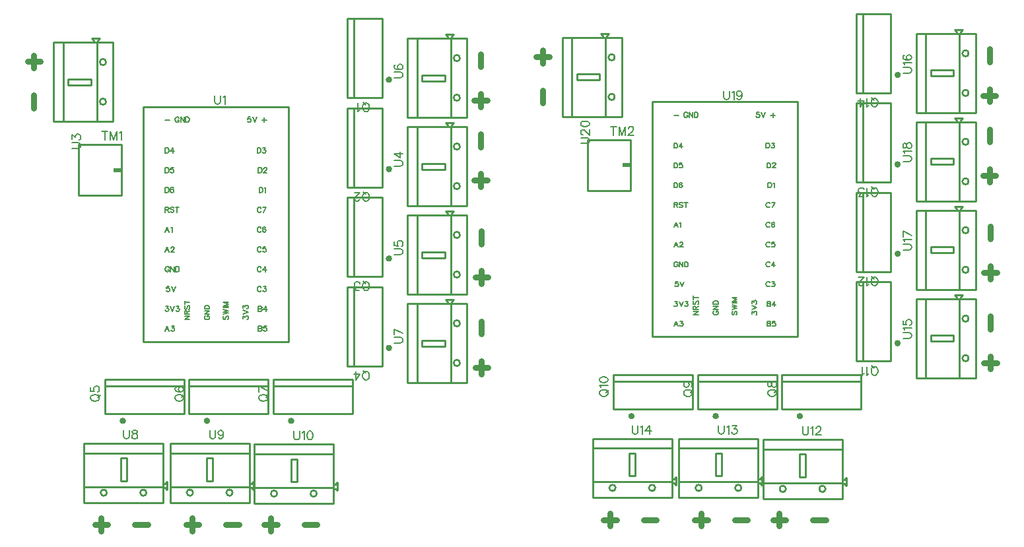
<source format=gto>
G04 Layer: TopSilkscreenLayer*
G04 EasyEDA v6.5.22, 2022-12-30 10:19:24*
G04 cc661ac33e424cae800a4ac99e05d963,5dd06754fdd742daa6fe38bf62b7df6b,10*
G04 Gerber Generator version 0.2*
G04 Scale: 100 percent, Rotated: No, Reflected: No *
G04 Dimensions in millimeters *
G04 leading zeros omitted , absolute positions ,4 integer and 5 decimal *
%FSLAX45Y45*%
%MOMM*%

%ADD10C,0.8000*%
%ADD11C,0.1524*%
%ADD12C,0.2032*%
%ADD13C,0.2540*%
%ADD14C,0.4000*%
%ADD15C,0.0177*%

%LPD*%
D10*
X458792Y6209792D02*
G01*
X292676Y6209792D01*
X375734Y6292850D02*
G01*
X375734Y6126479D01*
X375734Y5781039D02*
G01*
X375734Y5614923D01*
X1238750Y355092D02*
G01*
X1238750Y188976D01*
X1155692Y272034D02*
G01*
X1322062Y272034D01*
X1667502Y272034D02*
G01*
X1833618Y272034D01*
X2407150Y355092D02*
G01*
X2407150Y188976D01*
X2324092Y272034D02*
G01*
X2490462Y272034D01*
X2835902Y272034D02*
G01*
X3002018Y272034D01*
X3410450Y355092D02*
G01*
X3410450Y188976D01*
X3327392Y272034D02*
G01*
X3493762Y272034D01*
X3839202Y272034D02*
G01*
X4005318Y272034D01*
X6033000Y2286507D02*
G01*
X6199116Y2286507D01*
X6116058Y2203450D02*
G01*
X6116058Y2369820D01*
X6116058Y2715260D02*
G01*
X6116058Y2881376D01*
X6033000Y3442207D02*
G01*
X6199116Y3442207D01*
X6116058Y3359150D02*
G01*
X6116058Y3525520D01*
X6116058Y3870960D02*
G01*
X6116058Y4037076D01*
X6020300Y4686807D02*
G01*
X6186416Y4686807D01*
X6103358Y4603750D02*
G01*
X6103358Y4770120D01*
X6103358Y5115560D02*
G01*
X6103358Y5281676D01*
X6020308Y5715507D02*
G01*
X6186424Y5715507D01*
X6103365Y5632450D02*
G01*
X6103365Y5798820D01*
X6103365Y6144260D02*
G01*
X6103365Y6310376D01*
X12544308Y5776473D02*
G01*
X12710424Y5776473D01*
X12627366Y5693415D02*
G01*
X12627366Y5859785D01*
X12627366Y6205225D02*
G01*
X12627366Y6371341D01*
X12544300Y4747773D02*
G01*
X12710416Y4747773D01*
X12627358Y4664715D02*
G01*
X12627358Y4831085D01*
X12627358Y5176525D02*
G01*
X12627358Y5342641D01*
X12557000Y3503173D02*
G01*
X12723116Y3503173D01*
X12640058Y3420115D02*
G01*
X12640058Y3586485D01*
X12640058Y3931925D02*
G01*
X12640058Y4098041D01*
X12557000Y2347473D02*
G01*
X12723116Y2347473D01*
X12640058Y2264415D02*
G01*
X12640058Y2430785D01*
X12640058Y2776225D02*
G01*
X12640058Y2942341D01*
X9934450Y416057D02*
G01*
X9934450Y249941D01*
X9851392Y332999D02*
G01*
X10017762Y332999D01*
X10363202Y332999D02*
G01*
X10529318Y332999D01*
X8931150Y416057D02*
G01*
X8931150Y249941D01*
X8848092Y332999D02*
G01*
X9014462Y332999D01*
X9359902Y332999D02*
G01*
X9526018Y332999D01*
X7762750Y416057D02*
G01*
X7762750Y249941D01*
X7679692Y332999D02*
G01*
X7846062Y332999D01*
X8191502Y332999D02*
G01*
X8357618Y332999D01*
X6982792Y6270757D02*
G01*
X6816676Y6270757D01*
X6899734Y6353815D02*
G01*
X6899734Y6187445D01*
X6899734Y5842005D02*
G01*
X6899734Y5675889D01*
D11*
X10233152Y1528826D02*
G01*
X10233152Y1450847D01*
X10238231Y1435354D01*
X10248645Y1424939D01*
X10264140Y1419860D01*
X10274554Y1419860D01*
X10290302Y1424939D01*
X10300715Y1435354D01*
X10305795Y1450847D01*
X10305795Y1528826D01*
X10340086Y1507997D02*
G01*
X10350500Y1513331D01*
X10365993Y1528826D01*
X10365993Y1419860D01*
X10405618Y1502918D02*
G01*
X10405618Y1507997D01*
X10410697Y1518412D01*
X10416031Y1523745D01*
X10426445Y1528826D01*
X10447020Y1528826D01*
X10457434Y1523745D01*
X10462768Y1518412D01*
X10467847Y1507997D01*
X10467847Y1497584D01*
X10462768Y1487170D01*
X10452354Y1471676D01*
X10400284Y1419860D01*
X10473181Y1419860D01*
X9153652Y1541526D02*
G01*
X9153652Y1463547D01*
X9158731Y1448054D01*
X9169145Y1437639D01*
X9184640Y1432560D01*
X9195054Y1432560D01*
X9210802Y1437639D01*
X9221215Y1448054D01*
X9226295Y1463547D01*
X9226295Y1541526D01*
X9260586Y1520697D02*
G01*
X9271000Y1526031D01*
X9286493Y1541526D01*
X9286493Y1432560D01*
X9331197Y1541526D02*
G01*
X9388347Y1541526D01*
X9357359Y1499870D01*
X9372854Y1499870D01*
X9383268Y1494789D01*
X9388347Y1489710D01*
X9393681Y1473962D01*
X9393681Y1463547D01*
X9388347Y1448054D01*
X9377934Y1437639D01*
X9362440Y1432560D01*
X9346945Y1432560D01*
X9331197Y1437639D01*
X9326118Y1442720D01*
X9320784Y1453134D01*
X8048752Y1541526D02*
G01*
X8048752Y1463547D01*
X8053831Y1448054D01*
X8064245Y1437639D01*
X8079740Y1432560D01*
X8090154Y1432560D01*
X8105902Y1437639D01*
X8116315Y1448054D01*
X8121395Y1463547D01*
X8121395Y1541526D01*
X8155686Y1520697D02*
G01*
X8166100Y1526031D01*
X8181593Y1541526D01*
X8181593Y1432560D01*
X8267954Y1541526D02*
G01*
X8215884Y1468881D01*
X8293861Y1468881D01*
X8267954Y1541526D02*
G01*
X8267954Y1432560D01*
X11520370Y2658783D02*
G01*
X11598348Y2658783D01*
X11613842Y2664117D01*
X11624256Y2674277D01*
X11629590Y2690025D01*
X11629590Y2700439D01*
X11624256Y2715933D01*
X11613842Y2726347D01*
X11598348Y2731427D01*
X11520370Y2731427D01*
X11541198Y2765717D02*
G01*
X11536118Y2776131D01*
X11520370Y2791879D01*
X11629590Y2791879D01*
X11520370Y2888399D02*
G01*
X11520370Y2836583D01*
X11567106Y2831249D01*
X11562026Y2836583D01*
X11556692Y2852077D01*
X11556692Y2867571D01*
X11562026Y2883319D01*
X11572440Y2893733D01*
X11587934Y2898813D01*
X11598348Y2898813D01*
X11613842Y2893733D01*
X11624256Y2883319D01*
X11629590Y2867571D01*
X11629590Y2852077D01*
X11624256Y2836583D01*
X11619176Y2831249D01*
X11608762Y2826169D01*
X11520370Y6062383D02*
G01*
X11598348Y6062383D01*
X11613842Y6067717D01*
X11624256Y6077877D01*
X11629590Y6093625D01*
X11629590Y6104039D01*
X11624256Y6119533D01*
X11613842Y6129947D01*
X11598348Y6135027D01*
X11520370Y6135027D01*
X11541198Y6169317D02*
G01*
X11536118Y6179731D01*
X11520370Y6195479D01*
X11629590Y6195479D01*
X11536118Y6291999D02*
G01*
X11525704Y6286919D01*
X11520370Y6271171D01*
X11520370Y6260757D01*
X11525704Y6245263D01*
X11541198Y6234849D01*
X11567106Y6229769D01*
X11593268Y6229769D01*
X11613842Y6234849D01*
X11624256Y6245263D01*
X11629590Y6260757D01*
X11629590Y6266091D01*
X11624256Y6281585D01*
X11613842Y6291999D01*
X11598348Y6297333D01*
X11593268Y6297333D01*
X11577520Y6291999D01*
X11567106Y6281585D01*
X11562026Y6266091D01*
X11562026Y6260757D01*
X11567106Y6245263D01*
X11577520Y6234849D01*
X11593268Y6229769D01*
X11520294Y3793324D02*
G01*
X11598272Y3793324D01*
X11614020Y3798658D01*
X11624434Y3808818D01*
X11629514Y3824566D01*
X11629514Y3834980D01*
X11624434Y3850474D01*
X11614020Y3860888D01*
X11598272Y3865968D01*
X11520294Y3865968D01*
X11541122Y3900258D02*
G01*
X11536042Y3910672D01*
X11520294Y3926420D01*
X11629514Y3926420D01*
X11520294Y4033354D02*
G01*
X11629514Y3981538D01*
X11520294Y3960710D02*
G01*
X11520294Y4033354D01*
X11520472Y4927866D02*
G01*
X11598450Y4927866D01*
X11613944Y4933200D01*
X11624358Y4943360D01*
X11629438Y4959108D01*
X11629438Y4969522D01*
X11624358Y4985016D01*
X11613944Y4995430D01*
X11598450Y5000510D01*
X11520472Y5000510D01*
X11541300Y5034800D02*
G01*
X11535966Y5045214D01*
X11520472Y5060962D01*
X11629438Y5060962D01*
X11520472Y5121160D02*
G01*
X11525552Y5105666D01*
X11535966Y5100332D01*
X11546380Y5100332D01*
X11556794Y5105666D01*
X11561874Y5116080D01*
X11567208Y5136654D01*
X11572288Y5152402D01*
X11582702Y5162816D01*
X11593116Y5167896D01*
X11608864Y5167896D01*
X11619024Y5162816D01*
X11624358Y5157482D01*
X11629438Y5141988D01*
X11629438Y5121160D01*
X11624358Y5105666D01*
X11619024Y5100332D01*
X11608864Y5095252D01*
X11593116Y5095252D01*
X11582702Y5100332D01*
X11572288Y5110746D01*
X11567208Y5126240D01*
X11561874Y5147068D01*
X11556794Y5157482D01*
X11546380Y5162816D01*
X11535966Y5162816D01*
X11525552Y5157482D01*
X11520472Y5141988D01*
X11520472Y5121160D01*
X9218422Y5834126D02*
G01*
X9218422Y5756147D01*
X9223756Y5740654D01*
X9234170Y5730239D01*
X9249663Y5725160D01*
X9260077Y5725160D01*
X9275572Y5730239D01*
X9285986Y5740654D01*
X9291320Y5756147D01*
X9291320Y5834126D01*
X9325609Y5813297D02*
G01*
X9336024Y5818631D01*
X9351518Y5834126D01*
X9351518Y5725160D01*
X9453372Y5797804D02*
G01*
X9448038Y5782310D01*
X9437877Y5771895D01*
X9422129Y5766562D01*
X9417050Y5766562D01*
X9401302Y5771895D01*
X9390888Y5782310D01*
X9385808Y5797804D01*
X9385808Y5802884D01*
X9390888Y5818631D01*
X9401302Y5829045D01*
X9417050Y5834126D01*
X9422129Y5834126D01*
X9437877Y5829045D01*
X9448038Y5818631D01*
X9453372Y5797804D01*
X9453372Y5771895D01*
X9448038Y5745734D01*
X9437877Y5730239D01*
X9422129Y5725160D01*
X9411715Y5725160D01*
X9396222Y5730239D01*
X9390888Y5740654D01*
D12*
X9579688Y2969265D02*
G01*
X9579688Y3004317D01*
X9605088Y2985267D01*
X9605088Y2994665D01*
X9608390Y3001015D01*
X9611438Y3004317D01*
X9621090Y3007365D01*
X9627440Y3007365D01*
X9636838Y3004317D01*
X9643188Y2997967D01*
X9646490Y2988315D01*
X9646490Y2978917D01*
X9643188Y2969265D01*
X9640140Y2966217D01*
X9633790Y2962915D01*
X9579688Y3028447D02*
G01*
X9646490Y3053847D01*
X9579688Y3079247D02*
G01*
X9646490Y3053847D01*
X9579688Y3106679D02*
G01*
X9579688Y3141731D01*
X9605088Y3122681D01*
X9605088Y3132079D01*
X9608390Y3138429D01*
X9611438Y3141731D01*
X9621090Y3145033D01*
X9627440Y3145033D01*
X9636838Y3141731D01*
X9643188Y3135381D01*
X9646490Y3125729D01*
X9646490Y3116331D01*
X9643188Y3106679D01*
X9640140Y3103631D01*
X9633790Y3100329D01*
X9100390Y3010667D02*
G01*
X9093786Y3007365D01*
X9087436Y3001015D01*
X9084388Y2994665D01*
X9084388Y2981965D01*
X9087436Y2975615D01*
X9093786Y2969265D01*
X9100390Y2966217D01*
X9109788Y2962915D01*
X9125790Y2962915D01*
X9135188Y2966217D01*
X9141538Y2969265D01*
X9147888Y2975615D01*
X9151190Y2981965D01*
X9151190Y2994665D01*
X9147888Y3001015D01*
X9141538Y3007365D01*
X9135188Y3010667D01*
X9125790Y3010667D01*
X9125790Y2994665D02*
G01*
X9125790Y3010667D01*
X9084388Y3031749D02*
G01*
X9151190Y3031749D01*
X9084388Y3031749D02*
G01*
X9151190Y3076199D01*
X9084388Y3076199D02*
G01*
X9151190Y3076199D01*
X9084388Y3097281D02*
G01*
X9151190Y3097281D01*
X9084388Y3097281D02*
G01*
X9084388Y3119379D01*
X9087436Y3129031D01*
X9093786Y3135381D01*
X9100390Y3138429D01*
X9109788Y3141731D01*
X9125790Y3141731D01*
X9135188Y3138429D01*
X9141538Y3135381D01*
X9147888Y3129031D01*
X9151190Y3119379D01*
X9151190Y3097281D01*
X9335086Y3007365D02*
G01*
X9328736Y3001015D01*
X9325688Y2991617D01*
X9325688Y2978917D01*
X9328736Y2969265D01*
X9335086Y2962915D01*
X9341690Y2962915D01*
X9348040Y2966217D01*
X9351088Y2969265D01*
X9354390Y2975615D01*
X9360740Y2994665D01*
X9363788Y3001015D01*
X9367090Y3004317D01*
X9373440Y3007365D01*
X9382838Y3007365D01*
X9389188Y3001015D01*
X9392490Y2991617D01*
X9392490Y2978917D01*
X9389188Y2969265D01*
X9382838Y2962915D01*
X9325688Y3028447D02*
G01*
X9392490Y3044449D01*
X9325688Y3060197D02*
G01*
X9392490Y3044449D01*
X9325688Y3060197D02*
G01*
X9392490Y3076199D01*
X9325688Y3092201D02*
G01*
X9392490Y3076199D01*
X9325688Y3113029D02*
G01*
X9392490Y3113029D01*
X9325688Y3134111D02*
G01*
X9392490Y3134111D01*
X9325688Y3134111D02*
G01*
X9392490Y3159511D01*
X9325688Y3184911D02*
G01*
X9392490Y3159511D01*
X9325688Y3184911D02*
G01*
X9392490Y3184911D01*
X8830388Y2962915D02*
G01*
X8897190Y2962915D01*
X8830388Y2962915D02*
G01*
X8897190Y3007365D01*
X8830388Y3007365D02*
G01*
X8897190Y3007365D01*
X8830388Y3028447D02*
G01*
X8897190Y3028447D01*
X8830388Y3028447D02*
G01*
X8830388Y3057149D01*
X8833436Y3066547D01*
X8836738Y3069849D01*
X8843088Y3072897D01*
X8849438Y3072897D01*
X8855788Y3069849D01*
X8859090Y3066547D01*
X8862138Y3057149D01*
X8862138Y3028447D01*
X8862138Y3050799D02*
G01*
X8897190Y3072897D01*
X8839786Y3138429D02*
G01*
X8833436Y3132079D01*
X8830388Y3122681D01*
X8830388Y3109981D01*
X8833436Y3100329D01*
X8839786Y3093979D01*
X8846390Y3093979D01*
X8852740Y3097281D01*
X8855788Y3100329D01*
X8859090Y3106679D01*
X8865440Y3125729D01*
X8868488Y3132079D01*
X8871790Y3135381D01*
X8878140Y3138429D01*
X8887538Y3138429D01*
X8893888Y3132079D01*
X8897190Y3122681D01*
X8897190Y3109981D01*
X8893888Y3100329D01*
X8887538Y3093979D01*
X8830388Y3181863D02*
G01*
X8897190Y3181863D01*
X8830388Y3159511D02*
G01*
X8830388Y3204215D01*
X8608900Y2881127D02*
G01*
X8583500Y2814325D01*
X8608900Y2881127D02*
G01*
X8634300Y2814325D01*
X8593152Y2836677D02*
G01*
X8624902Y2836677D01*
X8661732Y2881127D02*
G01*
X8696784Y2881127D01*
X8677734Y2855727D01*
X8687132Y2855727D01*
X8693482Y2852425D01*
X8696784Y2849377D01*
X8699832Y2839725D01*
X8699832Y2833375D01*
X8696784Y2823977D01*
X8690434Y2817627D01*
X8680782Y2814325D01*
X8671384Y2814325D01*
X8661732Y2817627D01*
X8658684Y2820675D01*
X8655382Y2827025D01*
X8589850Y3135127D02*
G01*
X8624902Y3135127D01*
X8605852Y3109727D01*
X8615250Y3109727D01*
X8621600Y3106425D01*
X8624902Y3103377D01*
X8627950Y3093725D01*
X8627950Y3087375D01*
X8624902Y3077977D01*
X8618552Y3071627D01*
X8608900Y3068325D01*
X8599502Y3068325D01*
X8589850Y3071627D01*
X8586802Y3074675D01*
X8583500Y3081025D01*
X8649032Y3135127D02*
G01*
X8674432Y3068325D01*
X8699832Y3135127D02*
G01*
X8674432Y3068325D01*
X8727264Y3135127D02*
G01*
X8762316Y3135127D01*
X8743266Y3109727D01*
X8752664Y3109727D01*
X8759014Y3106425D01*
X8762316Y3103377D01*
X8765618Y3093725D01*
X8765618Y3087375D01*
X8762316Y3077977D01*
X8755966Y3071627D01*
X8746314Y3068325D01*
X8736916Y3068325D01*
X8727264Y3071627D01*
X8724216Y3074675D01*
X8720914Y3081025D01*
X8634300Y3389127D02*
G01*
X8602550Y3389127D01*
X8599502Y3360425D01*
X8602550Y3363727D01*
X8612202Y3366775D01*
X8621600Y3366775D01*
X8631252Y3363727D01*
X8637602Y3357377D01*
X8640650Y3347725D01*
X8640650Y3341375D01*
X8637602Y3331977D01*
X8631252Y3325627D01*
X8621600Y3322325D01*
X8612202Y3322325D01*
X8602550Y3325627D01*
X8599502Y3328675D01*
X8596200Y3335025D01*
X8661732Y3389127D02*
G01*
X8687132Y3322325D01*
X8712532Y3389127D02*
G01*
X8687132Y3322325D01*
X8631252Y3627125D02*
G01*
X8627950Y3633729D01*
X8621600Y3640079D01*
X8615250Y3643127D01*
X8602550Y3643127D01*
X8596200Y3640079D01*
X8589850Y3633729D01*
X8586802Y3627125D01*
X8583500Y3617727D01*
X8583500Y3601725D01*
X8586802Y3592327D01*
X8589850Y3585977D01*
X8596200Y3579627D01*
X8602550Y3576325D01*
X8615250Y3576325D01*
X8621600Y3579627D01*
X8627950Y3585977D01*
X8631252Y3592327D01*
X8631252Y3601725D01*
X8615250Y3601725D02*
G01*
X8631252Y3601725D01*
X8652334Y3643127D02*
G01*
X8652334Y3576325D01*
X8652334Y3643127D02*
G01*
X8696784Y3576325D01*
X8696784Y3643127D02*
G01*
X8696784Y3576325D01*
X8717866Y3643127D02*
G01*
X8717866Y3576325D01*
X8717866Y3643127D02*
G01*
X8739964Y3643127D01*
X8749616Y3640079D01*
X8755966Y3633729D01*
X8759014Y3627125D01*
X8762316Y3617727D01*
X8762316Y3601725D01*
X8759014Y3592327D01*
X8755966Y3585977D01*
X8749616Y3579627D01*
X8739964Y3576325D01*
X8717866Y3576325D01*
X8608900Y3897127D02*
G01*
X8583500Y3830325D01*
X8608900Y3897127D02*
G01*
X8634300Y3830325D01*
X8593152Y3852677D02*
G01*
X8624902Y3852677D01*
X8658684Y3881125D02*
G01*
X8658684Y3884427D01*
X8661732Y3890777D01*
X8665034Y3894079D01*
X8671384Y3897127D01*
X8684084Y3897127D01*
X8690434Y3894079D01*
X8693482Y3890777D01*
X8696784Y3884427D01*
X8696784Y3878077D01*
X8693482Y3871727D01*
X8687132Y3862075D01*
X8655382Y3830325D01*
X8699832Y3830325D01*
X8608900Y4151127D02*
G01*
X8583500Y4084325D01*
X8608900Y4151127D02*
G01*
X8634300Y4084325D01*
X8593152Y4106677D02*
G01*
X8624902Y4106677D01*
X8655382Y4138427D02*
G01*
X8661732Y4141729D01*
X8671384Y4151127D01*
X8671384Y4084325D01*
X8583500Y4405127D02*
G01*
X8583500Y4338325D01*
X8583500Y4405127D02*
G01*
X8612202Y4405127D01*
X8621600Y4402079D01*
X8624902Y4398777D01*
X8627950Y4392427D01*
X8627950Y4386077D01*
X8624902Y4379727D01*
X8621600Y4376425D01*
X8612202Y4373377D01*
X8583500Y4373377D01*
X8605852Y4373377D02*
G01*
X8627950Y4338325D01*
X8693482Y4395729D02*
G01*
X8687132Y4402079D01*
X8677734Y4405127D01*
X8665034Y4405127D01*
X8655382Y4402079D01*
X8649032Y4395729D01*
X8649032Y4389125D01*
X8652334Y4382775D01*
X8655382Y4379727D01*
X8661732Y4376425D01*
X8680782Y4370075D01*
X8687132Y4367027D01*
X8690434Y4363725D01*
X8693482Y4357375D01*
X8693482Y4347977D01*
X8687132Y4341627D01*
X8677734Y4338325D01*
X8665034Y4338325D01*
X8655382Y4341627D01*
X8649032Y4347977D01*
X8736916Y4405127D02*
G01*
X8736916Y4338325D01*
X8714564Y4405127D02*
G01*
X8759014Y4405127D01*
X8583500Y4659127D02*
G01*
X8583500Y4592325D01*
X8583500Y4659127D02*
G01*
X8605852Y4659127D01*
X8615250Y4656079D01*
X8621600Y4649729D01*
X8624902Y4643125D01*
X8627950Y4633727D01*
X8627950Y4617725D01*
X8624902Y4608327D01*
X8621600Y4601977D01*
X8615250Y4595627D01*
X8605852Y4592325D01*
X8583500Y4592325D01*
X8687132Y4649729D02*
G01*
X8684084Y4656079D01*
X8674432Y4659127D01*
X8668082Y4659127D01*
X8658684Y4656079D01*
X8652334Y4646427D01*
X8649032Y4630425D01*
X8649032Y4614677D01*
X8652334Y4601977D01*
X8658684Y4595627D01*
X8668082Y4592325D01*
X8671384Y4592325D01*
X8680782Y4595627D01*
X8687132Y4601977D01*
X8690434Y4611375D01*
X8690434Y4614677D01*
X8687132Y4624075D01*
X8680782Y4630425D01*
X8671384Y4633727D01*
X8668082Y4633727D01*
X8658684Y4630425D01*
X8652334Y4624075D01*
X8649032Y4614677D01*
X8583500Y4913127D02*
G01*
X8583500Y4846325D01*
X8583500Y4913127D02*
G01*
X8605852Y4913127D01*
X8615250Y4910079D01*
X8621600Y4903729D01*
X8624902Y4897125D01*
X8627950Y4887727D01*
X8627950Y4871725D01*
X8624902Y4862327D01*
X8621600Y4855977D01*
X8615250Y4849627D01*
X8605852Y4846325D01*
X8583500Y4846325D01*
X8687132Y4913127D02*
G01*
X8655382Y4913127D01*
X8652334Y4884425D01*
X8655382Y4887727D01*
X8665034Y4890775D01*
X8674432Y4890775D01*
X8684084Y4887727D01*
X8690434Y4881377D01*
X8693482Y4871725D01*
X8693482Y4865375D01*
X8690434Y4855977D01*
X8684084Y4849627D01*
X8674432Y4846325D01*
X8665034Y4846325D01*
X8655382Y4849627D01*
X8652334Y4852675D01*
X8649032Y4859025D01*
X8583500Y5167127D02*
G01*
X8583500Y5100325D01*
X8583500Y5167127D02*
G01*
X8605852Y5167127D01*
X8615250Y5164079D01*
X8621600Y5157729D01*
X8624902Y5151125D01*
X8627950Y5141727D01*
X8627950Y5125725D01*
X8624902Y5116327D01*
X8621600Y5109977D01*
X8615250Y5103627D01*
X8605852Y5100325D01*
X8583500Y5100325D01*
X8680782Y5167127D02*
G01*
X8649032Y5122677D01*
X8696784Y5122677D01*
X8680782Y5167127D02*
G01*
X8680782Y5100325D01*
X8583500Y5522727D02*
G01*
X8640650Y5522727D01*
X8758506Y5544825D02*
G01*
X8755204Y5551429D01*
X8748854Y5557779D01*
X8742504Y5560827D01*
X8729804Y5560827D01*
X8723454Y5557779D01*
X8717104Y5551429D01*
X8714056Y5544825D01*
X8710754Y5535427D01*
X8710754Y5519425D01*
X8714056Y5510027D01*
X8717104Y5503677D01*
X8723454Y5497327D01*
X8729804Y5494025D01*
X8742504Y5494025D01*
X8748854Y5497327D01*
X8755204Y5503677D01*
X8758506Y5510027D01*
X8758506Y5519425D01*
X8742504Y5519425D02*
G01*
X8758506Y5519425D01*
X8779588Y5560827D02*
G01*
X8779588Y5494025D01*
X8779588Y5560827D02*
G01*
X8824038Y5494025D01*
X8824038Y5560827D02*
G01*
X8824038Y5494025D01*
X8845120Y5560827D02*
G01*
X8845120Y5494025D01*
X8845120Y5560827D02*
G01*
X8867218Y5560827D01*
X8876870Y5557779D01*
X8883220Y5551429D01*
X8886522Y5544825D01*
X8889570Y5535427D01*
X8889570Y5519425D01*
X8886522Y5510027D01*
X8883220Y5503677D01*
X8876870Y5497327D01*
X8867218Y5494025D01*
X8845120Y5494025D01*
X9777300Y2881127D02*
G01*
X9777300Y2814325D01*
X9777300Y2881127D02*
G01*
X9806002Y2881127D01*
X9815400Y2878079D01*
X9818702Y2874777D01*
X9821750Y2868427D01*
X9821750Y2862077D01*
X9818702Y2855727D01*
X9815400Y2852425D01*
X9806002Y2849377D01*
X9777300Y2849377D02*
G01*
X9806002Y2849377D01*
X9815400Y2846075D01*
X9818702Y2843027D01*
X9821750Y2836677D01*
X9821750Y2827025D01*
X9818702Y2820675D01*
X9815400Y2817627D01*
X9806002Y2814325D01*
X9777300Y2814325D01*
X9880932Y2881127D02*
G01*
X9849182Y2881127D01*
X9846134Y2852425D01*
X9849182Y2855727D01*
X9858834Y2858775D01*
X9868232Y2858775D01*
X9877884Y2855727D01*
X9884234Y2849377D01*
X9887282Y2839725D01*
X9887282Y2833375D01*
X9884234Y2823977D01*
X9877884Y2817627D01*
X9868232Y2814325D01*
X9858834Y2814325D01*
X9849182Y2817627D01*
X9846134Y2820675D01*
X9842832Y2827025D01*
X9777300Y3135127D02*
G01*
X9777300Y3068325D01*
X9777300Y3135127D02*
G01*
X9806002Y3135127D01*
X9815400Y3132079D01*
X9818702Y3128777D01*
X9821750Y3122427D01*
X9821750Y3116077D01*
X9818702Y3109727D01*
X9815400Y3106425D01*
X9806002Y3103377D01*
X9777300Y3103377D02*
G01*
X9806002Y3103377D01*
X9815400Y3100075D01*
X9818702Y3097027D01*
X9821750Y3090677D01*
X9821750Y3081025D01*
X9818702Y3074675D01*
X9815400Y3071627D01*
X9806002Y3068325D01*
X9777300Y3068325D01*
X9874582Y3135127D02*
G01*
X9842832Y3090677D01*
X9890584Y3090677D01*
X9874582Y3135127D02*
G01*
X9874582Y3068325D01*
X9812352Y3373125D02*
G01*
X9809050Y3379729D01*
X9802700Y3386079D01*
X9796350Y3389127D01*
X9783650Y3389127D01*
X9777300Y3386079D01*
X9770950Y3379729D01*
X9767902Y3373125D01*
X9764600Y3363727D01*
X9764600Y3347725D01*
X9767902Y3338327D01*
X9770950Y3331977D01*
X9777300Y3325627D01*
X9783650Y3322325D01*
X9796350Y3322325D01*
X9802700Y3325627D01*
X9809050Y3331977D01*
X9812352Y3338327D01*
X9839784Y3389127D02*
G01*
X9874582Y3389127D01*
X9855532Y3363727D01*
X9865184Y3363727D01*
X9871534Y3360425D01*
X9874582Y3357377D01*
X9877884Y3347725D01*
X9877884Y3341375D01*
X9874582Y3331977D01*
X9868232Y3325627D01*
X9858834Y3322325D01*
X9849182Y3322325D01*
X9839784Y3325627D01*
X9836482Y3328675D01*
X9833434Y3335025D01*
X9812352Y3627125D02*
G01*
X9809050Y3633729D01*
X9802700Y3640079D01*
X9796350Y3643127D01*
X9783650Y3643127D01*
X9777300Y3640079D01*
X9770950Y3633729D01*
X9767902Y3627125D01*
X9764600Y3617727D01*
X9764600Y3601725D01*
X9767902Y3592327D01*
X9770950Y3585977D01*
X9777300Y3579627D01*
X9783650Y3576325D01*
X9796350Y3576325D01*
X9802700Y3579627D01*
X9809050Y3585977D01*
X9812352Y3592327D01*
X9865184Y3643127D02*
G01*
X9833434Y3598677D01*
X9880932Y3598677D01*
X9865184Y3643127D02*
G01*
X9865184Y3576325D01*
X9812352Y3881125D02*
G01*
X9809050Y3887729D01*
X9802700Y3894079D01*
X9796350Y3897127D01*
X9783650Y3897127D01*
X9777300Y3894079D01*
X9770950Y3887729D01*
X9767902Y3881125D01*
X9764600Y3871727D01*
X9764600Y3855725D01*
X9767902Y3846327D01*
X9770950Y3839977D01*
X9777300Y3833627D01*
X9783650Y3830325D01*
X9796350Y3830325D01*
X9802700Y3833627D01*
X9809050Y3839977D01*
X9812352Y3846327D01*
X9871534Y3897127D02*
G01*
X9839784Y3897127D01*
X9836482Y3868425D01*
X9839784Y3871727D01*
X9849182Y3874775D01*
X9858834Y3874775D01*
X9868232Y3871727D01*
X9874582Y3865377D01*
X9877884Y3855725D01*
X9877884Y3849375D01*
X9874582Y3839977D01*
X9868232Y3833627D01*
X9858834Y3830325D01*
X9849182Y3830325D01*
X9839784Y3833627D01*
X9836482Y3836675D01*
X9833434Y3843025D01*
X9812352Y4135125D02*
G01*
X9809050Y4141729D01*
X9802700Y4148079D01*
X9796350Y4151127D01*
X9783650Y4151127D01*
X9777300Y4148079D01*
X9770950Y4141729D01*
X9767902Y4135125D01*
X9764600Y4125727D01*
X9764600Y4109725D01*
X9767902Y4100327D01*
X9770950Y4093977D01*
X9777300Y4087627D01*
X9783650Y4084325D01*
X9796350Y4084325D01*
X9802700Y4087627D01*
X9809050Y4093977D01*
X9812352Y4100327D01*
X9871534Y4141729D02*
G01*
X9868232Y4148079D01*
X9858834Y4151127D01*
X9852484Y4151127D01*
X9842832Y4148079D01*
X9836482Y4138427D01*
X9833434Y4122425D01*
X9833434Y4106677D01*
X9836482Y4093977D01*
X9842832Y4087627D01*
X9852484Y4084325D01*
X9855532Y4084325D01*
X9865184Y4087627D01*
X9871534Y4093977D01*
X9874582Y4103375D01*
X9874582Y4106677D01*
X9871534Y4116075D01*
X9865184Y4122425D01*
X9855532Y4125727D01*
X9852484Y4125727D01*
X9842832Y4122425D01*
X9836482Y4116075D01*
X9833434Y4106677D01*
X9812352Y4389125D02*
G01*
X9809050Y4395729D01*
X9802700Y4402079D01*
X9796350Y4405127D01*
X9783650Y4405127D01*
X9777300Y4402079D01*
X9770950Y4395729D01*
X9767902Y4389125D01*
X9764600Y4379727D01*
X9764600Y4363725D01*
X9767902Y4354327D01*
X9770950Y4347977D01*
X9777300Y4341627D01*
X9783650Y4338325D01*
X9796350Y4338325D01*
X9802700Y4341627D01*
X9809050Y4347977D01*
X9812352Y4354327D01*
X9877884Y4405127D02*
G01*
X9846134Y4338325D01*
X9833434Y4405127D02*
G01*
X9877884Y4405127D01*
X9790000Y4659127D02*
G01*
X9790000Y4592325D01*
X9790000Y4659127D02*
G01*
X9812352Y4659127D01*
X9821750Y4656079D01*
X9828100Y4649729D01*
X9831402Y4643125D01*
X9834450Y4633727D01*
X9834450Y4617725D01*
X9831402Y4608327D01*
X9828100Y4601977D01*
X9821750Y4595627D01*
X9812352Y4592325D01*
X9790000Y4592325D01*
X9855532Y4646427D02*
G01*
X9861882Y4649729D01*
X9871534Y4659127D01*
X9871534Y4592325D01*
X9777300Y4913127D02*
G01*
X9777300Y4846325D01*
X9777300Y4913127D02*
G01*
X9799652Y4913127D01*
X9809050Y4910079D01*
X9815400Y4903729D01*
X9818702Y4897125D01*
X9821750Y4887727D01*
X9821750Y4871725D01*
X9818702Y4862327D01*
X9815400Y4855977D01*
X9809050Y4849627D01*
X9799652Y4846325D01*
X9777300Y4846325D01*
X9846134Y4897125D02*
G01*
X9846134Y4900427D01*
X9849182Y4906777D01*
X9852484Y4910079D01*
X9858834Y4913127D01*
X9871534Y4913127D01*
X9877884Y4910079D01*
X9880932Y4906777D01*
X9884234Y4900427D01*
X9884234Y4894077D01*
X9880932Y4887727D01*
X9874582Y4878075D01*
X9842832Y4846325D01*
X9887282Y4846325D01*
X9764600Y5167127D02*
G01*
X9764600Y5100325D01*
X9764600Y5167127D02*
G01*
X9786952Y5167127D01*
X9796350Y5164079D01*
X9802700Y5157729D01*
X9806002Y5151125D01*
X9809050Y5141727D01*
X9809050Y5125725D01*
X9806002Y5116327D01*
X9802700Y5109977D01*
X9796350Y5103627D01*
X9786952Y5100325D01*
X9764600Y5100325D01*
X9836482Y5167127D02*
G01*
X9871534Y5167127D01*
X9852484Y5141727D01*
X9861882Y5141727D01*
X9868232Y5138425D01*
X9871534Y5135377D01*
X9874582Y5125725D01*
X9874582Y5119375D01*
X9871534Y5109977D01*
X9865184Y5103627D01*
X9855532Y5100325D01*
X9846134Y5100325D01*
X9836482Y5103627D01*
X9833434Y5106675D01*
X9830132Y5113025D01*
X9675700Y5560827D02*
G01*
X9643950Y5560827D01*
X9640902Y5532125D01*
X9643950Y5535427D01*
X9653602Y5538475D01*
X9663000Y5538475D01*
X9672652Y5535427D01*
X9679002Y5529077D01*
X9682050Y5519425D01*
X9682050Y5513075D01*
X9679002Y5503677D01*
X9672652Y5497327D01*
X9663000Y5494025D01*
X9653602Y5494025D01*
X9643950Y5497327D01*
X9640902Y5500375D01*
X9637600Y5506725D01*
X9703132Y5560827D02*
G01*
X9728532Y5494025D01*
X9753932Y5560827D02*
G01*
X9728532Y5494025D01*
X9852738Y5551429D02*
G01*
X9852738Y5494025D01*
X9824036Y5522727D02*
G01*
X9881440Y5522727D01*
D11*
X7807197Y5376926D02*
G01*
X7807197Y5267960D01*
X7770622Y5376926D02*
G01*
X7843520Y5376926D01*
X7877809Y5376926D02*
G01*
X7877809Y5267960D01*
X7877809Y5376926D02*
G01*
X7919211Y5267960D01*
X7960868Y5376926D02*
G01*
X7919211Y5267960D01*
X7960868Y5376926D02*
G01*
X7960868Y5267960D01*
X8000238Y5351018D02*
G01*
X8000238Y5356097D01*
X8005572Y5366512D01*
X8010652Y5371845D01*
X8021065Y5376926D01*
X8041893Y5376926D01*
X8052308Y5371845D01*
X8057388Y5366512D01*
X8062722Y5356097D01*
X8062722Y5345684D01*
X8057388Y5335270D01*
X8047227Y5319776D01*
X7995158Y5267960D01*
X8067802Y5267960D01*
X9786899Y1946391D02*
G01*
X9791979Y1935977D01*
X9802393Y1925563D01*
X9812807Y1920483D01*
X9828555Y1915149D01*
X9854463Y1915149D01*
X9869957Y1920483D01*
X9880371Y1925563D01*
X9890785Y1935977D01*
X9895865Y1946391D01*
X9895865Y1967219D01*
X9890785Y1977633D01*
X9880371Y1987793D01*
X9869957Y1993127D01*
X9854463Y1998207D01*
X9828555Y1998207D01*
X9812807Y1993127D01*
X9802393Y1987793D01*
X9791979Y1977633D01*
X9786899Y1967219D01*
X9786899Y1946391D01*
X9875291Y1961885D02*
G01*
X9906279Y1993127D01*
X9786899Y2058659D02*
G01*
X9791979Y2042911D01*
X9802393Y2037831D01*
X9812807Y2037831D01*
X9823221Y2042911D01*
X9828555Y2053325D01*
X9833635Y2074153D01*
X9838715Y2089647D01*
X9849129Y2100061D01*
X9859543Y2105395D01*
X9875291Y2105395D01*
X9885705Y2100061D01*
X9890785Y2094981D01*
X9895865Y2079233D01*
X9895865Y2058659D01*
X9890785Y2042911D01*
X9885705Y2037831D01*
X9875291Y2032497D01*
X9859543Y2032497D01*
X9849129Y2037831D01*
X9838715Y2048245D01*
X9833635Y2063739D01*
X9828555Y2084567D01*
X9823221Y2094981D01*
X9812807Y2100061D01*
X9802393Y2100061D01*
X9791979Y2094981D01*
X9786899Y2079233D01*
X9786899Y2058659D01*
X8707399Y1946391D02*
G01*
X8712479Y1935977D01*
X8722893Y1925563D01*
X8733307Y1920483D01*
X8749055Y1915149D01*
X8774963Y1915149D01*
X8790457Y1920483D01*
X8800871Y1925563D01*
X8811285Y1935977D01*
X8816365Y1946391D01*
X8816365Y1967219D01*
X8811285Y1977633D01*
X8800871Y1987793D01*
X8790457Y1993127D01*
X8774963Y1998207D01*
X8749055Y1998207D01*
X8733307Y1993127D01*
X8722893Y1987793D01*
X8712479Y1977633D01*
X8707399Y1967219D01*
X8707399Y1946391D01*
X8795791Y1961885D02*
G01*
X8826779Y1993127D01*
X8743721Y2100061D02*
G01*
X8759215Y2094981D01*
X8769629Y2084567D01*
X8774963Y2069073D01*
X8774963Y2063739D01*
X8769629Y2048245D01*
X8759215Y2037831D01*
X8743721Y2032497D01*
X8738641Y2032497D01*
X8722893Y2037831D01*
X8712479Y2048245D01*
X8707399Y2063739D01*
X8707399Y2069073D01*
X8712479Y2084567D01*
X8722893Y2094981D01*
X8743721Y2100061D01*
X8769629Y2100061D01*
X8795791Y2094981D01*
X8811285Y2084567D01*
X8816365Y2069073D01*
X8816365Y2058659D01*
X8811285Y2042911D01*
X8800871Y2037831D01*
X7627896Y1946389D02*
G01*
X7632976Y1935975D01*
X7643390Y1925561D01*
X7653804Y1920481D01*
X7669552Y1915147D01*
X7695460Y1915147D01*
X7710954Y1920481D01*
X7721368Y1925561D01*
X7731782Y1935975D01*
X7736862Y1946389D01*
X7736862Y1967217D01*
X7731782Y1977631D01*
X7721368Y1987791D01*
X7710954Y1993125D01*
X7695460Y1998205D01*
X7669552Y1998205D01*
X7653804Y1993125D01*
X7643390Y1987791D01*
X7632976Y1977631D01*
X7627896Y1967217D01*
X7627896Y1946389D01*
X7716288Y1961883D02*
G01*
X7747276Y1993125D01*
X7648724Y2032495D02*
G01*
X7643390Y2042909D01*
X7627896Y2058657D01*
X7736862Y2058657D01*
X7627896Y2123935D02*
G01*
X7632976Y2108441D01*
X7648724Y2098027D01*
X7674632Y2092947D01*
X7690126Y2092947D01*
X7716288Y2098027D01*
X7731782Y2108441D01*
X7736862Y2123935D01*
X7736862Y2134349D01*
X7731782Y2150097D01*
X7716288Y2160511D01*
X7690126Y2165591D01*
X7674632Y2165591D01*
X7648724Y2160511D01*
X7632976Y2150097D01*
X7627896Y2134349D01*
X7627896Y2123935D01*
X11166383Y2187219D02*
G01*
X11176797Y2192299D01*
X11187211Y2202713D01*
X11192291Y2213127D01*
X11197625Y2228621D01*
X11197625Y2254783D01*
X11192291Y2270277D01*
X11187211Y2280691D01*
X11176797Y2291105D01*
X11166383Y2296185D01*
X11145555Y2296185D01*
X11135141Y2291105D01*
X11124981Y2280691D01*
X11119647Y2270277D01*
X11114567Y2254783D01*
X11114567Y2228621D01*
X11119647Y2213127D01*
X11124981Y2202713D01*
X11135141Y2192299D01*
X11145555Y2187219D01*
X11166383Y2187219D01*
X11150889Y2275611D02*
G01*
X11119647Y2306599D01*
X11080277Y2208047D02*
G01*
X11069863Y2202713D01*
X11054115Y2187219D01*
X11054115Y2296185D01*
X11019825Y2208047D02*
G01*
X11009411Y2202713D01*
X10993917Y2187219D01*
X10993917Y2296185D01*
X11166383Y3334334D02*
G01*
X11176797Y3339668D01*
X11187211Y3350082D01*
X11192291Y3360496D01*
X11197625Y3375990D01*
X11197625Y3401898D01*
X11192291Y3417646D01*
X11187211Y3427806D01*
X11176797Y3438220D01*
X11166383Y3443554D01*
X11145555Y3443554D01*
X11135141Y3438220D01*
X11124981Y3427806D01*
X11119647Y3417646D01*
X11114567Y3401898D01*
X11114567Y3375990D01*
X11119647Y3360496D01*
X11124981Y3350082D01*
X11135141Y3339668D01*
X11145555Y3334334D01*
X11166383Y3334334D01*
X11150889Y3422726D02*
G01*
X11119647Y3453968D01*
X11080277Y3355162D02*
G01*
X11069863Y3350082D01*
X11054115Y3334334D01*
X11054115Y3443554D01*
X11014745Y3360496D02*
G01*
X11014745Y3355162D01*
X11009411Y3344748D01*
X11004331Y3339668D01*
X10993917Y3334334D01*
X10973089Y3334334D01*
X10962675Y3339668D01*
X10957595Y3344748D01*
X10952261Y3355162D01*
X10952261Y3365576D01*
X10957595Y3375990D01*
X10968009Y3391484D01*
X11019825Y3443554D01*
X10947181Y3443554D01*
X11166383Y4481753D02*
G01*
X11176797Y4486833D01*
X11187211Y4497247D01*
X11192291Y4507661D01*
X11197625Y4523155D01*
X11197625Y4549063D01*
X11192291Y4564811D01*
X11187211Y4575225D01*
X11176797Y4585639D01*
X11166383Y4590719D01*
X11145555Y4590719D01*
X11135141Y4585639D01*
X11124981Y4575225D01*
X11119647Y4564811D01*
X11114567Y4549063D01*
X11114567Y4523155D01*
X11119647Y4507661D01*
X11124981Y4497247D01*
X11135141Y4486833D01*
X11145555Y4481753D01*
X11166383Y4481753D01*
X11150889Y4569891D02*
G01*
X11119647Y4601133D01*
X11080277Y4502327D02*
G01*
X11069863Y4497247D01*
X11054115Y4481753D01*
X11054115Y4590719D01*
X11009411Y4481753D02*
G01*
X10952261Y4481753D01*
X10983503Y4523155D01*
X10968009Y4523155D01*
X10957595Y4528489D01*
X10952261Y4533569D01*
X10947181Y4549063D01*
X10947181Y4559477D01*
X10952261Y4575225D01*
X10962675Y4585639D01*
X10978423Y4590719D01*
X10993917Y4590719D01*
X11009411Y4585639D01*
X11014745Y4580305D01*
X11019825Y4569891D01*
X11166383Y5628919D02*
G01*
X11176797Y5633999D01*
X11187211Y5644413D01*
X11192291Y5654827D01*
X11197625Y5670321D01*
X11197625Y5696483D01*
X11192291Y5711977D01*
X11187211Y5722391D01*
X11176797Y5732805D01*
X11166383Y5737885D01*
X11145555Y5737885D01*
X11135141Y5732805D01*
X11124981Y5722391D01*
X11119647Y5711977D01*
X11114567Y5696483D01*
X11114567Y5670321D01*
X11119647Y5654827D01*
X11124981Y5644413D01*
X11135141Y5633999D01*
X11145555Y5628919D01*
X11166383Y5628919D01*
X11150889Y5717311D02*
G01*
X11119647Y5748299D01*
X11080277Y5649747D02*
G01*
X11069863Y5644413D01*
X11054115Y5628919D01*
X11054115Y5737885D01*
X10968009Y5628919D02*
G01*
X11019825Y5701563D01*
X10942101Y5701563D01*
X10968009Y5628919D02*
G01*
X10968009Y5737885D01*
X7388748Y5159979D02*
G01*
X7466726Y5159979D01*
X7482220Y5165313D01*
X7492634Y5175727D01*
X7497714Y5191221D01*
X7497714Y5201635D01*
X7492634Y5217129D01*
X7482220Y5227543D01*
X7466726Y5232877D01*
X7388748Y5232877D01*
X7414656Y5272247D02*
G01*
X7409576Y5272247D01*
X7399162Y5277581D01*
X7393828Y5282661D01*
X7388748Y5293075D01*
X7388748Y5313903D01*
X7393828Y5324317D01*
X7399162Y5329397D01*
X7409576Y5334731D01*
X7419736Y5334731D01*
X7430150Y5329397D01*
X7445898Y5318983D01*
X7497714Y5267167D01*
X7497714Y5339811D01*
X7388748Y5405343D02*
G01*
X7393828Y5389595D01*
X7409576Y5379435D01*
X7435484Y5374101D01*
X7450978Y5374101D01*
X7476886Y5379435D01*
X7492634Y5389595D01*
X7497714Y5405343D01*
X7497714Y5415757D01*
X7492634Y5431251D01*
X7476886Y5441665D01*
X7450978Y5446745D01*
X7435484Y5446745D01*
X7409576Y5441665D01*
X7393828Y5431251D01*
X7388748Y5415757D01*
X7388748Y5405343D01*
X864684Y5099113D02*
G01*
X942662Y5099113D01*
X958156Y5104193D01*
X968570Y5114607D01*
X973650Y5130355D01*
X973650Y5140769D01*
X968570Y5156263D01*
X958156Y5166677D01*
X942662Y5171757D01*
X864684Y5171757D01*
X864684Y5216461D02*
G01*
X864684Y5273611D01*
X906340Y5242623D01*
X906340Y5258117D01*
X911420Y5268531D01*
X916500Y5273611D01*
X932248Y5278945D01*
X942662Y5278945D01*
X958156Y5273611D01*
X968570Y5263197D01*
X973650Y5247703D01*
X973650Y5232209D01*
X968570Y5216461D01*
X963490Y5211381D01*
X953076Y5206047D01*
X4642358Y5567934D02*
G01*
X4652772Y5573013D01*
X4663186Y5583428D01*
X4668520Y5593842D01*
X4673600Y5609589D01*
X4673600Y5635497D01*
X4668520Y5650992D01*
X4663186Y5661405D01*
X4652772Y5671820D01*
X4642358Y5676900D01*
X4621529Y5676900D01*
X4611370Y5671820D01*
X4600956Y5661405D01*
X4595622Y5650992D01*
X4590541Y5635497D01*
X4590541Y5609589D01*
X4595622Y5593842D01*
X4600956Y5583428D01*
X4611370Y5573013D01*
X4621529Y5567934D01*
X4642358Y5567934D01*
X4626863Y5656326D02*
G01*
X4595622Y5687313D01*
X4556252Y5588762D02*
G01*
X4545838Y5583428D01*
X4530090Y5567934D01*
X4530090Y5676900D01*
X4642358Y4420699D02*
G01*
X4652772Y4425779D01*
X4663186Y4436193D01*
X4668520Y4446607D01*
X4673600Y4462355D01*
X4673600Y4488263D01*
X4668520Y4503757D01*
X4663186Y4514171D01*
X4652772Y4524585D01*
X4642358Y4529665D01*
X4621529Y4529665D01*
X4611370Y4524585D01*
X4600956Y4514171D01*
X4595622Y4503757D01*
X4590541Y4488263D01*
X4590541Y4462355D01*
X4595622Y4446607D01*
X4600956Y4436193D01*
X4611370Y4425779D01*
X4621529Y4420699D01*
X4642358Y4420699D01*
X4626863Y4509091D02*
G01*
X4595622Y4540079D01*
X4550918Y4446607D02*
G01*
X4550918Y4441527D01*
X4545838Y4431113D01*
X4540504Y4425779D01*
X4530090Y4420699D01*
X4509515Y4420699D01*
X4499102Y4425779D01*
X4493768Y4431113D01*
X4488688Y4441527D01*
X4488688Y4451941D01*
X4493768Y4462355D01*
X4504181Y4477849D01*
X4556252Y4529665D01*
X4483354Y4529665D01*
X4642358Y3273468D02*
G01*
X4652772Y3278548D01*
X4663186Y3288962D01*
X4668520Y3299376D01*
X4673600Y3315124D01*
X4673600Y3341032D01*
X4668520Y3356526D01*
X4663186Y3366940D01*
X4652772Y3377354D01*
X4642358Y3382434D01*
X4621529Y3382434D01*
X4611370Y3377354D01*
X4600956Y3366940D01*
X4595622Y3356526D01*
X4590541Y3341032D01*
X4590541Y3315124D01*
X4595622Y3299376D01*
X4600956Y3288962D01*
X4611370Y3278548D01*
X4621529Y3273468D01*
X4642358Y3273468D01*
X4626863Y3361860D02*
G01*
X4595622Y3392848D01*
X4545838Y3273468D02*
G01*
X4488688Y3273468D01*
X4519929Y3315124D01*
X4504181Y3315124D01*
X4493768Y3320204D01*
X4488688Y3325284D01*
X4483354Y3341032D01*
X4483354Y3351446D01*
X4488688Y3366940D01*
X4499102Y3377354D01*
X4514595Y3382434D01*
X4530090Y3382434D01*
X4545838Y3377354D01*
X4550918Y3372274D01*
X4556252Y3361860D01*
X4642358Y2126234D02*
G01*
X4652772Y2131313D01*
X4663186Y2141728D01*
X4668520Y2152142D01*
X4673600Y2167889D01*
X4673600Y2193797D01*
X4668520Y2209292D01*
X4663186Y2219705D01*
X4652772Y2230120D01*
X4642358Y2235200D01*
X4621529Y2235200D01*
X4611370Y2230120D01*
X4600956Y2219705D01*
X4595622Y2209292D01*
X4590541Y2193797D01*
X4590541Y2167889D01*
X4595622Y2152142D01*
X4600956Y2141728D01*
X4611370Y2131313D01*
X4621529Y2126234D01*
X4642358Y2126234D01*
X4626863Y2214626D02*
G01*
X4595622Y2245613D01*
X4504181Y2126234D02*
G01*
X4556252Y2198878D01*
X4478274Y2198878D01*
X4504181Y2126234D02*
G01*
X4504181Y2235200D01*
X1103884Y1885442D02*
G01*
X1108963Y1875028D01*
X1119378Y1864613D01*
X1129792Y1859279D01*
X1145539Y1854200D01*
X1171447Y1854200D01*
X1186942Y1859279D01*
X1197355Y1864613D01*
X1207770Y1875028D01*
X1212850Y1885442D01*
X1212850Y1906270D01*
X1207770Y1916429D01*
X1197355Y1926844D01*
X1186942Y1932178D01*
X1171447Y1937257D01*
X1145539Y1937257D01*
X1129792Y1932178D01*
X1119378Y1926844D01*
X1108963Y1916429D01*
X1103884Y1906270D01*
X1103884Y1885442D01*
X1192276Y1900936D02*
G01*
X1223263Y1932178D01*
X1103884Y2034031D02*
G01*
X1103884Y1981962D01*
X1150620Y1976881D01*
X1145539Y1981962D01*
X1140205Y1997710D01*
X1140205Y2013204D01*
X1145539Y2028697D01*
X1155700Y2039112D01*
X1171447Y2044445D01*
X1181862Y2044445D01*
X1197355Y2039112D01*
X1207770Y2028697D01*
X1212850Y2013204D01*
X1212850Y1997710D01*
X1207770Y1981962D01*
X1202689Y1976881D01*
X1192276Y1971547D01*
X2183384Y1885442D02*
G01*
X2188463Y1875028D01*
X2198877Y1864613D01*
X2209291Y1859279D01*
X2225040Y1854200D01*
X2250947Y1854200D01*
X2266441Y1859279D01*
X2276856Y1864613D01*
X2287270Y1875028D01*
X2292350Y1885442D01*
X2292350Y1906270D01*
X2287270Y1916429D01*
X2276856Y1926844D01*
X2266441Y1932178D01*
X2250947Y1937257D01*
X2225040Y1937257D01*
X2209291Y1932178D01*
X2198877Y1926844D01*
X2188463Y1916429D01*
X2183384Y1906270D01*
X2183384Y1885442D01*
X2271775Y1900936D02*
G01*
X2302763Y1932178D01*
X2198877Y2034031D02*
G01*
X2188463Y2028697D01*
X2183384Y2013204D01*
X2183384Y2002789D01*
X2188463Y1987295D01*
X2204211Y1976881D01*
X2230120Y1971547D01*
X2256027Y1971547D01*
X2276856Y1976881D01*
X2287270Y1987295D01*
X2292350Y2002789D01*
X2292350Y2007870D01*
X2287270Y2023618D01*
X2276856Y2034031D01*
X2261361Y2039112D01*
X2256027Y2039112D01*
X2240534Y2034031D01*
X2230120Y2023618D01*
X2225040Y2007870D01*
X2225040Y2002789D01*
X2230120Y1987295D01*
X2240534Y1976881D01*
X2256027Y1971547D01*
X3262884Y1885442D02*
G01*
X3267963Y1875028D01*
X3278377Y1864613D01*
X3288791Y1859279D01*
X3304540Y1854200D01*
X3330447Y1854200D01*
X3345941Y1859279D01*
X3356356Y1864613D01*
X3366770Y1875028D01*
X3371850Y1885442D01*
X3371850Y1906270D01*
X3366770Y1916429D01*
X3356356Y1926844D01*
X3345941Y1932178D01*
X3330447Y1937257D01*
X3304540Y1937257D01*
X3288791Y1932178D01*
X3278377Y1926844D01*
X3267963Y1916429D01*
X3262884Y1906270D01*
X3262884Y1885442D01*
X3351275Y1900936D02*
G01*
X3382263Y1932178D01*
X3262884Y2044445D02*
G01*
X3371850Y1992376D01*
X3262884Y1971547D02*
G01*
X3262884Y2044445D01*
X1283022Y5315965D02*
G01*
X1283022Y5207000D01*
X1246700Y5315965D02*
G01*
X1319344Y5315965D01*
X1353634Y5315965D02*
G01*
X1353634Y5207000D01*
X1353634Y5315965D02*
G01*
X1395290Y5207000D01*
X1436946Y5315965D02*
G01*
X1395290Y5207000D01*
X1436946Y5315965D02*
G01*
X1436946Y5207000D01*
X1471236Y5295137D02*
G01*
X1481650Y5300471D01*
X1497144Y5315965D01*
X1497144Y5207000D01*
X2694500Y5773165D02*
G01*
X2694500Y5695187D01*
X2699580Y5679694D01*
X2709994Y5669279D01*
X2725742Y5664200D01*
X2736156Y5664200D01*
X2751650Y5669279D01*
X2762064Y5679694D01*
X2767144Y5695187D01*
X2767144Y5773165D01*
X2801434Y5752337D02*
G01*
X2811848Y5757671D01*
X2827596Y5773165D01*
X2827596Y5664200D01*
D12*
X3055688Y2908300D02*
G01*
X3055688Y2943352D01*
X3081088Y2924302D01*
X3081088Y2933700D01*
X3084390Y2940050D01*
X3087438Y2943352D01*
X3097090Y2946400D01*
X3103440Y2946400D01*
X3112838Y2943352D01*
X3119188Y2937002D01*
X3122490Y2927350D01*
X3122490Y2917952D01*
X3119188Y2908300D01*
X3116140Y2905252D01*
X3109790Y2901950D01*
X3055688Y2967481D02*
G01*
X3122490Y2992881D01*
X3055688Y3018281D02*
G01*
X3122490Y2992881D01*
X3055688Y3045713D02*
G01*
X3055688Y3080765D01*
X3081088Y3061715D01*
X3081088Y3071113D01*
X3084390Y3077463D01*
X3087438Y3080765D01*
X3097090Y3084068D01*
X3103440Y3084068D01*
X3112838Y3080765D01*
X3119188Y3074415D01*
X3122490Y3064763D01*
X3122490Y3055365D01*
X3119188Y3045713D01*
X3116140Y3042665D01*
X3109790Y3039363D01*
X2576390Y2949702D02*
G01*
X2569786Y2946400D01*
X2563436Y2940050D01*
X2560388Y2933700D01*
X2560388Y2921000D01*
X2563436Y2914650D01*
X2569786Y2908300D01*
X2576390Y2905252D01*
X2585788Y2901950D01*
X2601790Y2901950D01*
X2611188Y2905252D01*
X2617538Y2908300D01*
X2623888Y2914650D01*
X2627190Y2921000D01*
X2627190Y2933700D01*
X2623888Y2940050D01*
X2617538Y2946400D01*
X2611188Y2949702D01*
X2601790Y2949702D01*
X2601790Y2933700D02*
G01*
X2601790Y2949702D01*
X2560388Y2970784D02*
G01*
X2627190Y2970784D01*
X2560388Y2970784D02*
G01*
X2627190Y3015234D01*
X2560388Y3015234D02*
G01*
X2627190Y3015234D01*
X2560388Y3036315D02*
G01*
X2627190Y3036315D01*
X2560388Y3036315D02*
G01*
X2560388Y3058413D01*
X2563436Y3068065D01*
X2569786Y3074415D01*
X2576390Y3077463D01*
X2585788Y3080765D01*
X2601790Y3080765D01*
X2611188Y3077463D01*
X2617538Y3074415D01*
X2623888Y3068065D01*
X2627190Y3058413D01*
X2627190Y3036315D01*
X2811086Y2946400D02*
G01*
X2804736Y2940050D01*
X2801688Y2930652D01*
X2801688Y2917952D01*
X2804736Y2908300D01*
X2811086Y2901950D01*
X2817690Y2901950D01*
X2824040Y2905252D01*
X2827088Y2908300D01*
X2830390Y2914650D01*
X2836740Y2933700D01*
X2839788Y2940050D01*
X2843090Y2943352D01*
X2849440Y2946400D01*
X2858838Y2946400D01*
X2865188Y2940050D01*
X2868490Y2930652D01*
X2868490Y2917952D01*
X2865188Y2908300D01*
X2858838Y2901950D01*
X2801688Y2967481D02*
G01*
X2868490Y2983484D01*
X2801688Y2999231D02*
G01*
X2868490Y2983484D01*
X2801688Y2999231D02*
G01*
X2868490Y3015234D01*
X2801688Y3031236D02*
G01*
X2868490Y3015234D01*
X2801688Y3052063D02*
G01*
X2868490Y3052063D01*
X2801688Y3073145D02*
G01*
X2868490Y3073145D01*
X2801688Y3073145D02*
G01*
X2868490Y3098545D01*
X2801688Y3123945D02*
G01*
X2868490Y3098545D01*
X2801688Y3123945D02*
G01*
X2868490Y3123945D01*
X2306388Y2901950D02*
G01*
X2373190Y2901950D01*
X2306388Y2901950D02*
G01*
X2373190Y2946400D01*
X2306388Y2946400D02*
G01*
X2373190Y2946400D01*
X2306388Y2967481D02*
G01*
X2373190Y2967481D01*
X2306388Y2967481D02*
G01*
X2306388Y2996184D01*
X2309436Y3005581D01*
X2312738Y3008884D01*
X2319088Y3011931D01*
X2325438Y3011931D01*
X2331788Y3008884D01*
X2335090Y3005581D01*
X2338138Y2996184D01*
X2338138Y2967481D01*
X2338138Y2989834D02*
G01*
X2373190Y3011931D01*
X2315786Y3077463D02*
G01*
X2309436Y3071113D01*
X2306388Y3061715D01*
X2306388Y3049015D01*
X2309436Y3039363D01*
X2315786Y3033013D01*
X2322390Y3033013D01*
X2328740Y3036315D01*
X2331788Y3039363D01*
X2335090Y3045713D01*
X2341440Y3064763D01*
X2344488Y3071113D01*
X2347790Y3074415D01*
X2354140Y3077463D01*
X2363538Y3077463D01*
X2369888Y3071113D01*
X2373190Y3061715D01*
X2373190Y3049015D01*
X2369888Y3039363D01*
X2363538Y3033013D01*
X2306388Y3120897D02*
G01*
X2373190Y3120897D01*
X2306388Y3098545D02*
G01*
X2306388Y3143250D01*
X2084900Y2820162D02*
G01*
X2059500Y2753360D01*
X2084900Y2820162D02*
G01*
X2110300Y2753360D01*
X2069152Y2775712D02*
G01*
X2100902Y2775712D01*
X2137732Y2820162D02*
G01*
X2172784Y2820162D01*
X2153734Y2794762D01*
X2163132Y2794762D01*
X2169482Y2791460D01*
X2172784Y2788412D01*
X2175832Y2778760D01*
X2175832Y2772410D01*
X2172784Y2763012D01*
X2166434Y2756662D01*
X2156782Y2753360D01*
X2147384Y2753360D01*
X2137732Y2756662D01*
X2134684Y2759710D01*
X2131382Y2766060D01*
X2065850Y3074162D02*
G01*
X2100902Y3074162D01*
X2081852Y3048762D01*
X2091250Y3048762D01*
X2097600Y3045460D01*
X2100902Y3042412D01*
X2103950Y3032760D01*
X2103950Y3026410D01*
X2100902Y3017012D01*
X2094552Y3010662D01*
X2084900Y3007360D01*
X2075502Y3007360D01*
X2065850Y3010662D01*
X2062802Y3013710D01*
X2059500Y3020060D01*
X2125032Y3074162D02*
G01*
X2150432Y3007360D01*
X2175832Y3074162D02*
G01*
X2150432Y3007360D01*
X2203264Y3074162D02*
G01*
X2238316Y3074162D01*
X2219266Y3048762D01*
X2228664Y3048762D01*
X2235014Y3045460D01*
X2238316Y3042412D01*
X2241618Y3032760D01*
X2241618Y3026410D01*
X2238316Y3017012D01*
X2231966Y3010662D01*
X2222314Y3007360D01*
X2212916Y3007360D01*
X2203264Y3010662D01*
X2200216Y3013710D01*
X2196914Y3020060D01*
X2110300Y3328162D02*
G01*
X2078550Y3328162D01*
X2075502Y3299460D01*
X2078550Y3302762D01*
X2088202Y3305810D01*
X2097600Y3305810D01*
X2107252Y3302762D01*
X2113602Y3296412D01*
X2116650Y3286760D01*
X2116650Y3280410D01*
X2113602Y3271012D01*
X2107252Y3264662D01*
X2097600Y3261360D01*
X2088202Y3261360D01*
X2078550Y3264662D01*
X2075502Y3267710D01*
X2072200Y3274060D01*
X2137732Y3328162D02*
G01*
X2163132Y3261360D01*
X2188532Y3328162D02*
G01*
X2163132Y3261360D01*
X2107252Y3566160D02*
G01*
X2103950Y3572763D01*
X2097600Y3579113D01*
X2091250Y3582162D01*
X2078550Y3582162D01*
X2072200Y3579113D01*
X2065850Y3572763D01*
X2062802Y3566160D01*
X2059500Y3556762D01*
X2059500Y3540760D01*
X2062802Y3531362D01*
X2065850Y3525012D01*
X2072200Y3518662D01*
X2078550Y3515360D01*
X2091250Y3515360D01*
X2097600Y3518662D01*
X2103950Y3525012D01*
X2107252Y3531362D01*
X2107252Y3540760D01*
X2091250Y3540760D02*
G01*
X2107252Y3540760D01*
X2128334Y3582162D02*
G01*
X2128334Y3515360D01*
X2128334Y3582162D02*
G01*
X2172784Y3515360D01*
X2172784Y3582162D02*
G01*
X2172784Y3515360D01*
X2193866Y3582162D02*
G01*
X2193866Y3515360D01*
X2193866Y3582162D02*
G01*
X2215964Y3582162D01*
X2225616Y3579113D01*
X2231966Y3572763D01*
X2235014Y3566160D01*
X2238316Y3556762D01*
X2238316Y3540760D01*
X2235014Y3531362D01*
X2231966Y3525012D01*
X2225616Y3518662D01*
X2215964Y3515360D01*
X2193866Y3515360D01*
X2084900Y3836162D02*
G01*
X2059500Y3769360D01*
X2084900Y3836162D02*
G01*
X2110300Y3769360D01*
X2069152Y3791712D02*
G01*
X2100902Y3791712D01*
X2134684Y3820160D02*
G01*
X2134684Y3823462D01*
X2137732Y3829812D01*
X2141034Y3833113D01*
X2147384Y3836162D01*
X2160084Y3836162D01*
X2166434Y3833113D01*
X2169482Y3829812D01*
X2172784Y3823462D01*
X2172784Y3817112D01*
X2169482Y3810762D01*
X2163132Y3801110D01*
X2131382Y3769360D01*
X2175832Y3769360D01*
X2084900Y4090162D02*
G01*
X2059500Y4023360D01*
X2084900Y4090162D02*
G01*
X2110300Y4023360D01*
X2069152Y4045712D02*
G01*
X2100902Y4045712D01*
X2131382Y4077462D02*
G01*
X2137732Y4080763D01*
X2147384Y4090162D01*
X2147384Y4023360D01*
X2059500Y4344162D02*
G01*
X2059500Y4277360D01*
X2059500Y4344162D02*
G01*
X2088202Y4344162D01*
X2097600Y4341113D01*
X2100902Y4337812D01*
X2103950Y4331462D01*
X2103950Y4325112D01*
X2100902Y4318762D01*
X2097600Y4315460D01*
X2088202Y4312412D01*
X2059500Y4312412D01*
X2081852Y4312412D02*
G01*
X2103950Y4277360D01*
X2169482Y4334763D02*
G01*
X2163132Y4341113D01*
X2153734Y4344162D01*
X2141034Y4344162D01*
X2131382Y4341113D01*
X2125032Y4334763D01*
X2125032Y4328160D01*
X2128334Y4321810D01*
X2131382Y4318762D01*
X2137732Y4315460D01*
X2156782Y4309110D01*
X2163132Y4306062D01*
X2166434Y4302760D01*
X2169482Y4296410D01*
X2169482Y4287012D01*
X2163132Y4280662D01*
X2153734Y4277360D01*
X2141034Y4277360D01*
X2131382Y4280662D01*
X2125032Y4287012D01*
X2212916Y4344162D02*
G01*
X2212916Y4277360D01*
X2190564Y4344162D02*
G01*
X2235014Y4344162D01*
X2059500Y4598162D02*
G01*
X2059500Y4531360D01*
X2059500Y4598162D02*
G01*
X2081852Y4598162D01*
X2091250Y4595113D01*
X2097600Y4588763D01*
X2100902Y4582160D01*
X2103950Y4572762D01*
X2103950Y4556760D01*
X2100902Y4547362D01*
X2097600Y4541012D01*
X2091250Y4534662D01*
X2081852Y4531360D01*
X2059500Y4531360D01*
X2163132Y4588763D02*
G01*
X2160084Y4595113D01*
X2150432Y4598162D01*
X2144082Y4598162D01*
X2134684Y4595113D01*
X2128334Y4585462D01*
X2125032Y4569460D01*
X2125032Y4553712D01*
X2128334Y4541012D01*
X2134684Y4534662D01*
X2144082Y4531360D01*
X2147384Y4531360D01*
X2156782Y4534662D01*
X2163132Y4541012D01*
X2166434Y4550410D01*
X2166434Y4553712D01*
X2163132Y4563110D01*
X2156782Y4569460D01*
X2147384Y4572762D01*
X2144082Y4572762D01*
X2134684Y4569460D01*
X2128334Y4563110D01*
X2125032Y4553712D01*
X2059500Y4852162D02*
G01*
X2059500Y4785360D01*
X2059500Y4852162D02*
G01*
X2081852Y4852162D01*
X2091250Y4849113D01*
X2097600Y4842763D01*
X2100902Y4836160D01*
X2103950Y4826762D01*
X2103950Y4810760D01*
X2100902Y4801362D01*
X2097600Y4795012D01*
X2091250Y4788662D01*
X2081852Y4785360D01*
X2059500Y4785360D01*
X2163132Y4852162D02*
G01*
X2131382Y4852162D01*
X2128334Y4823460D01*
X2131382Y4826762D01*
X2141034Y4829810D01*
X2150432Y4829810D01*
X2160084Y4826762D01*
X2166434Y4820412D01*
X2169482Y4810760D01*
X2169482Y4804410D01*
X2166434Y4795012D01*
X2160084Y4788662D01*
X2150432Y4785360D01*
X2141034Y4785360D01*
X2131382Y4788662D01*
X2128334Y4791710D01*
X2125032Y4798060D01*
X2059500Y5106162D02*
G01*
X2059500Y5039360D01*
X2059500Y5106162D02*
G01*
X2081852Y5106162D01*
X2091250Y5103113D01*
X2097600Y5096763D01*
X2100902Y5090160D01*
X2103950Y5080762D01*
X2103950Y5064760D01*
X2100902Y5055362D01*
X2097600Y5049012D01*
X2091250Y5042662D01*
X2081852Y5039360D01*
X2059500Y5039360D01*
X2156782Y5106162D02*
G01*
X2125032Y5061712D01*
X2172784Y5061712D01*
X2156782Y5106162D02*
G01*
X2156782Y5039360D01*
X2059500Y5461762D02*
G01*
X2116650Y5461762D01*
X2234506Y5483860D02*
G01*
X2231204Y5490463D01*
X2224854Y5496813D01*
X2218504Y5499862D01*
X2205804Y5499862D01*
X2199454Y5496813D01*
X2193104Y5490463D01*
X2190056Y5483860D01*
X2186754Y5474462D01*
X2186754Y5458460D01*
X2190056Y5449062D01*
X2193104Y5442712D01*
X2199454Y5436362D01*
X2205804Y5433060D01*
X2218504Y5433060D01*
X2224854Y5436362D01*
X2231204Y5442712D01*
X2234506Y5449062D01*
X2234506Y5458460D01*
X2218504Y5458460D02*
G01*
X2234506Y5458460D01*
X2255588Y5499862D02*
G01*
X2255588Y5433060D01*
X2255588Y5499862D02*
G01*
X2300038Y5433060D01*
X2300038Y5499862D02*
G01*
X2300038Y5433060D01*
X2321120Y5499862D02*
G01*
X2321120Y5433060D01*
X2321120Y5499862D02*
G01*
X2343218Y5499862D01*
X2352870Y5496813D01*
X2359220Y5490463D01*
X2362522Y5483860D01*
X2365570Y5474462D01*
X2365570Y5458460D01*
X2362522Y5449062D01*
X2359220Y5442712D01*
X2352870Y5436362D01*
X2343218Y5433060D01*
X2321120Y5433060D01*
X3253300Y2820162D02*
G01*
X3253300Y2753360D01*
X3253300Y2820162D02*
G01*
X3282002Y2820162D01*
X3291400Y2817113D01*
X3294702Y2813812D01*
X3297750Y2807462D01*
X3297750Y2801112D01*
X3294702Y2794762D01*
X3291400Y2791460D01*
X3282002Y2788412D01*
X3253300Y2788412D02*
G01*
X3282002Y2788412D01*
X3291400Y2785110D01*
X3294702Y2782062D01*
X3297750Y2775712D01*
X3297750Y2766060D01*
X3294702Y2759710D01*
X3291400Y2756662D01*
X3282002Y2753360D01*
X3253300Y2753360D01*
X3356932Y2820162D02*
G01*
X3325182Y2820162D01*
X3322134Y2791460D01*
X3325182Y2794762D01*
X3334834Y2797810D01*
X3344232Y2797810D01*
X3353884Y2794762D01*
X3360234Y2788412D01*
X3363282Y2778760D01*
X3363282Y2772410D01*
X3360234Y2763012D01*
X3353884Y2756662D01*
X3344232Y2753360D01*
X3334834Y2753360D01*
X3325182Y2756662D01*
X3322134Y2759710D01*
X3318832Y2766060D01*
X3253300Y3074162D02*
G01*
X3253300Y3007360D01*
X3253300Y3074162D02*
G01*
X3282002Y3074162D01*
X3291400Y3071113D01*
X3294702Y3067812D01*
X3297750Y3061462D01*
X3297750Y3055112D01*
X3294702Y3048762D01*
X3291400Y3045460D01*
X3282002Y3042412D01*
X3253300Y3042412D02*
G01*
X3282002Y3042412D01*
X3291400Y3039110D01*
X3294702Y3036062D01*
X3297750Y3029712D01*
X3297750Y3020060D01*
X3294702Y3013710D01*
X3291400Y3010662D01*
X3282002Y3007360D01*
X3253300Y3007360D01*
X3350582Y3074162D02*
G01*
X3318832Y3029712D01*
X3366584Y3029712D01*
X3350582Y3074162D02*
G01*
X3350582Y3007360D01*
X3288352Y3312160D02*
G01*
X3285050Y3318763D01*
X3278700Y3325113D01*
X3272350Y3328162D01*
X3259650Y3328162D01*
X3253300Y3325113D01*
X3246950Y3318763D01*
X3243902Y3312160D01*
X3240600Y3302762D01*
X3240600Y3286760D01*
X3243902Y3277362D01*
X3246950Y3271012D01*
X3253300Y3264662D01*
X3259650Y3261360D01*
X3272350Y3261360D01*
X3278700Y3264662D01*
X3285050Y3271012D01*
X3288352Y3277362D01*
X3315784Y3328162D02*
G01*
X3350582Y3328162D01*
X3331532Y3302762D01*
X3341184Y3302762D01*
X3347534Y3299460D01*
X3350582Y3296412D01*
X3353884Y3286760D01*
X3353884Y3280410D01*
X3350582Y3271012D01*
X3344232Y3264662D01*
X3334834Y3261360D01*
X3325182Y3261360D01*
X3315784Y3264662D01*
X3312482Y3267710D01*
X3309434Y3274060D01*
X3288352Y3566160D02*
G01*
X3285050Y3572763D01*
X3278700Y3579113D01*
X3272350Y3582162D01*
X3259650Y3582162D01*
X3253300Y3579113D01*
X3246950Y3572763D01*
X3243902Y3566160D01*
X3240600Y3556762D01*
X3240600Y3540760D01*
X3243902Y3531362D01*
X3246950Y3525012D01*
X3253300Y3518662D01*
X3259650Y3515360D01*
X3272350Y3515360D01*
X3278700Y3518662D01*
X3285050Y3525012D01*
X3288352Y3531362D01*
X3341184Y3582162D02*
G01*
X3309434Y3537712D01*
X3356932Y3537712D01*
X3341184Y3582162D02*
G01*
X3341184Y3515360D01*
X3288352Y3820160D02*
G01*
X3285050Y3826763D01*
X3278700Y3833113D01*
X3272350Y3836162D01*
X3259650Y3836162D01*
X3253300Y3833113D01*
X3246950Y3826763D01*
X3243902Y3820160D01*
X3240600Y3810762D01*
X3240600Y3794760D01*
X3243902Y3785362D01*
X3246950Y3779012D01*
X3253300Y3772662D01*
X3259650Y3769360D01*
X3272350Y3769360D01*
X3278700Y3772662D01*
X3285050Y3779012D01*
X3288352Y3785362D01*
X3347534Y3836162D02*
G01*
X3315784Y3836162D01*
X3312482Y3807460D01*
X3315784Y3810762D01*
X3325182Y3813810D01*
X3334834Y3813810D01*
X3344232Y3810762D01*
X3350582Y3804412D01*
X3353884Y3794760D01*
X3353884Y3788410D01*
X3350582Y3779012D01*
X3344232Y3772662D01*
X3334834Y3769360D01*
X3325182Y3769360D01*
X3315784Y3772662D01*
X3312482Y3775710D01*
X3309434Y3782060D01*
X3288352Y4074160D02*
G01*
X3285050Y4080763D01*
X3278700Y4087113D01*
X3272350Y4090162D01*
X3259650Y4090162D01*
X3253300Y4087113D01*
X3246950Y4080763D01*
X3243902Y4074160D01*
X3240600Y4064762D01*
X3240600Y4048760D01*
X3243902Y4039362D01*
X3246950Y4033012D01*
X3253300Y4026662D01*
X3259650Y4023360D01*
X3272350Y4023360D01*
X3278700Y4026662D01*
X3285050Y4033012D01*
X3288352Y4039362D01*
X3347534Y4080763D02*
G01*
X3344232Y4087113D01*
X3334834Y4090162D01*
X3328484Y4090162D01*
X3318832Y4087113D01*
X3312482Y4077462D01*
X3309434Y4061460D01*
X3309434Y4045712D01*
X3312482Y4033012D01*
X3318832Y4026662D01*
X3328484Y4023360D01*
X3331532Y4023360D01*
X3341184Y4026662D01*
X3347534Y4033012D01*
X3350582Y4042410D01*
X3350582Y4045712D01*
X3347534Y4055110D01*
X3341184Y4061460D01*
X3331532Y4064762D01*
X3328484Y4064762D01*
X3318832Y4061460D01*
X3312482Y4055110D01*
X3309434Y4045712D01*
X3288352Y4328160D02*
G01*
X3285050Y4334763D01*
X3278700Y4341113D01*
X3272350Y4344162D01*
X3259650Y4344162D01*
X3253300Y4341113D01*
X3246950Y4334763D01*
X3243902Y4328160D01*
X3240600Y4318762D01*
X3240600Y4302760D01*
X3243902Y4293362D01*
X3246950Y4287012D01*
X3253300Y4280662D01*
X3259650Y4277360D01*
X3272350Y4277360D01*
X3278700Y4280662D01*
X3285050Y4287012D01*
X3288352Y4293362D01*
X3353884Y4344162D02*
G01*
X3322134Y4277360D01*
X3309434Y4344162D02*
G01*
X3353884Y4344162D01*
X3266000Y4598162D02*
G01*
X3266000Y4531360D01*
X3266000Y4598162D02*
G01*
X3288352Y4598162D01*
X3297750Y4595113D01*
X3304100Y4588763D01*
X3307402Y4582160D01*
X3310450Y4572762D01*
X3310450Y4556760D01*
X3307402Y4547362D01*
X3304100Y4541012D01*
X3297750Y4534662D01*
X3288352Y4531360D01*
X3266000Y4531360D01*
X3331532Y4585462D02*
G01*
X3337882Y4588763D01*
X3347534Y4598162D01*
X3347534Y4531360D01*
X3253300Y4852162D02*
G01*
X3253300Y4785360D01*
X3253300Y4852162D02*
G01*
X3275652Y4852162D01*
X3285050Y4849113D01*
X3291400Y4842763D01*
X3294702Y4836160D01*
X3297750Y4826762D01*
X3297750Y4810760D01*
X3294702Y4801362D01*
X3291400Y4795012D01*
X3285050Y4788662D01*
X3275652Y4785360D01*
X3253300Y4785360D01*
X3322134Y4836160D02*
G01*
X3322134Y4839462D01*
X3325182Y4845812D01*
X3328484Y4849113D01*
X3334834Y4852162D01*
X3347534Y4852162D01*
X3353884Y4849113D01*
X3356932Y4845812D01*
X3360234Y4839462D01*
X3360234Y4833112D01*
X3356932Y4826762D01*
X3350582Y4817110D01*
X3318832Y4785360D01*
X3363282Y4785360D01*
X3240600Y5106162D02*
G01*
X3240600Y5039360D01*
X3240600Y5106162D02*
G01*
X3262952Y5106162D01*
X3272350Y5103113D01*
X3278700Y5096763D01*
X3282002Y5090160D01*
X3285050Y5080762D01*
X3285050Y5064760D01*
X3282002Y5055362D01*
X3278700Y5049012D01*
X3272350Y5042662D01*
X3262952Y5039360D01*
X3240600Y5039360D01*
X3312482Y5106162D02*
G01*
X3347534Y5106162D01*
X3328484Y5080762D01*
X3337882Y5080762D01*
X3344232Y5077460D01*
X3347534Y5074412D01*
X3350582Y5064760D01*
X3350582Y5058410D01*
X3347534Y5049012D01*
X3341184Y5042662D01*
X3331532Y5039360D01*
X3322134Y5039360D01*
X3312482Y5042662D01*
X3309434Y5045710D01*
X3306132Y5052060D01*
X3151700Y5499862D02*
G01*
X3119950Y5499862D01*
X3116902Y5471160D01*
X3119950Y5474462D01*
X3129602Y5477510D01*
X3139000Y5477510D01*
X3148652Y5474462D01*
X3155002Y5468112D01*
X3158050Y5458460D01*
X3158050Y5452110D01*
X3155002Y5442712D01*
X3148652Y5436362D01*
X3139000Y5433060D01*
X3129602Y5433060D01*
X3119950Y5436362D01*
X3116902Y5439410D01*
X3113600Y5445760D01*
X3179132Y5499862D02*
G01*
X3204532Y5433060D01*
X3229932Y5499862D02*
G01*
X3204532Y5433060D01*
X3328738Y5490463D02*
G01*
X3328738Y5433060D01*
X3300036Y5461762D02*
G01*
X3357440Y5461762D01*
D11*
X4996434Y4866914D02*
G01*
X5074411Y4866914D01*
X5089906Y4871994D01*
X5100320Y4882408D01*
X5105400Y4898156D01*
X5105400Y4908570D01*
X5100320Y4924064D01*
X5089906Y4934478D01*
X5074411Y4939558D01*
X4996434Y4939558D01*
X4996434Y5025918D02*
G01*
X5069077Y4973848D01*
X5069077Y5051826D01*
X4996434Y5025918D02*
G01*
X5105400Y5025918D01*
X4996434Y3732382D02*
G01*
X5074411Y3732382D01*
X5089906Y3737462D01*
X5100320Y3747876D01*
X5105400Y3763624D01*
X5105400Y3774038D01*
X5100320Y3789532D01*
X5089906Y3799946D01*
X5074411Y3805026D01*
X4996434Y3805026D01*
X4996434Y3901800D02*
G01*
X4996434Y3849730D01*
X5043170Y3844650D01*
X5038090Y3849730D01*
X5032756Y3865478D01*
X5032756Y3880972D01*
X5038090Y3896466D01*
X5048250Y3906880D01*
X5063997Y3912214D01*
X5074411Y3912214D01*
X5089906Y3906880D01*
X5100320Y3896466D01*
X5105400Y3880972D01*
X5105400Y3865478D01*
X5100320Y3849730D01*
X5095240Y3844650D01*
X5084825Y3839316D01*
X4996434Y6001448D02*
G01*
X5074411Y6001448D01*
X5089906Y6006528D01*
X5100320Y6016942D01*
X5105400Y6032690D01*
X5105400Y6043104D01*
X5100320Y6058598D01*
X5089906Y6069012D01*
X5074411Y6074092D01*
X4996434Y6074092D01*
X5011927Y6170866D02*
G01*
X5001513Y6165532D01*
X4996434Y6150038D01*
X4996434Y6139624D01*
X5001513Y6124130D01*
X5017261Y6113716D01*
X5043170Y6108382D01*
X5069077Y6108382D01*
X5089906Y6113716D01*
X5100320Y6124130D01*
X5105400Y6139624D01*
X5105400Y6144958D01*
X5100320Y6160452D01*
X5089906Y6170866D01*
X5074411Y6175946D01*
X5069077Y6175946D01*
X5053584Y6170866D01*
X5043170Y6160452D01*
X5038090Y6144958D01*
X5038090Y6139624D01*
X5043170Y6124130D01*
X5053584Y6113716D01*
X5069077Y6108382D01*
X4996434Y2597848D02*
G01*
X5074411Y2597848D01*
X5089906Y2602928D01*
X5100320Y2613342D01*
X5105400Y2629090D01*
X5105400Y2639504D01*
X5100320Y2654998D01*
X5089906Y2665412D01*
X5074411Y2670492D01*
X4996434Y2670492D01*
X4996434Y2777680D02*
G01*
X5105400Y2725610D01*
X4996434Y2704782D02*
G01*
X4996434Y2777680D01*
X1524698Y1480565D02*
G01*
X1524698Y1402587D01*
X1529778Y1387094D01*
X1540192Y1376679D01*
X1555940Y1371600D01*
X1566354Y1371600D01*
X1581848Y1376679D01*
X1592262Y1387094D01*
X1597342Y1402587D01*
X1597342Y1480565D01*
X1657794Y1480565D02*
G01*
X1642046Y1475486D01*
X1636966Y1465071D01*
X1636966Y1454657D01*
X1642046Y1444244D01*
X1652460Y1438910D01*
X1673288Y1433829D01*
X1688782Y1428750D01*
X1699196Y1418336D01*
X1704530Y1407921D01*
X1704530Y1392173D01*
X1699196Y1381760D01*
X1694116Y1376679D01*
X1678368Y1371600D01*
X1657794Y1371600D01*
X1642046Y1376679D01*
X1636966Y1381760D01*
X1631632Y1392173D01*
X1631632Y1407921D01*
X1636966Y1418336D01*
X1647380Y1428750D01*
X1662874Y1433829D01*
X1683702Y1438910D01*
X1694116Y1444244D01*
X1699196Y1454657D01*
X1699196Y1465071D01*
X1694116Y1475486D01*
X1678368Y1480565D01*
X1657794Y1480565D01*
X2629598Y1480565D02*
G01*
X2629598Y1402587D01*
X2634678Y1387094D01*
X2645092Y1376679D01*
X2660840Y1371600D01*
X2671254Y1371600D01*
X2686748Y1376679D01*
X2697162Y1387094D01*
X2702242Y1402587D01*
X2702242Y1480565D01*
X2804096Y1444244D02*
G01*
X2799016Y1428750D01*
X2788602Y1418336D01*
X2773108Y1413002D01*
X2767774Y1413002D01*
X2752280Y1418336D01*
X2741866Y1428750D01*
X2736532Y1444244D01*
X2736532Y1449323D01*
X2741866Y1465071D01*
X2752280Y1475486D01*
X2767774Y1480565D01*
X2773108Y1480565D01*
X2788602Y1475486D01*
X2799016Y1465071D01*
X2804096Y1444244D01*
X2804096Y1418336D01*
X2799016Y1392173D01*
X2788602Y1376679D01*
X2773108Y1371600D01*
X2762694Y1371600D01*
X2746946Y1376679D01*
X2741866Y1387094D01*
X3709098Y1467865D02*
G01*
X3709098Y1389887D01*
X3714178Y1374394D01*
X3724592Y1363979D01*
X3740340Y1358900D01*
X3750754Y1358900D01*
X3766248Y1363979D01*
X3776662Y1374394D01*
X3781742Y1389887D01*
X3781742Y1467865D01*
X3816032Y1447037D02*
G01*
X3826446Y1452371D01*
X3842194Y1467865D01*
X3842194Y1358900D01*
X3907472Y1467865D02*
G01*
X3891978Y1462786D01*
X3881564Y1447037D01*
X3876484Y1421129D01*
X3876484Y1405636D01*
X3881564Y1379473D01*
X3891978Y1363979D01*
X3907472Y1358900D01*
X3917886Y1358900D01*
X3933634Y1363979D01*
X3944048Y1379473D01*
X3949128Y1405636D01*
X3949128Y1421129D01*
X3944048Y1447037D01*
X3933634Y1462786D01*
X3917886Y1467865D01*
X3907472Y1467865D01*
G36*
X7923123Y4906010D02*
G01*
X7923123Y4855210D01*
X8024723Y4855210D01*
X8024723Y4906010D01*
G37*
G36*
X1399082Y4845050D02*
G01*
X1399082Y4794250D01*
X1500682Y4794250D01*
X1500682Y4845050D01*
G37*
D13*
X9724397Y1359811D02*
G01*
X10740397Y1359814D01*
X10740397Y1359814D02*
G01*
X10740397Y599815D01*
X9724384Y599815D02*
G01*
X9724384Y1359814D01*
X9724397Y599815D02*
G01*
X10740397Y599815D01*
X9724397Y803915D02*
G01*
X10740400Y803915D01*
X9724400Y1235715D02*
G01*
X10740402Y1235715D01*
X10740400Y791215D02*
G01*
X10768441Y791215D01*
X10791200Y768456D01*
X10791200Y870056D01*
X10765800Y844656D01*
X10753100Y844656D01*
X10194312Y1172215D02*
G01*
X10270512Y1172215D01*
X10270512Y880115D01*
X10194312Y880115D01*
X10194312Y1172215D01*
X8644897Y1372511D02*
G01*
X9660897Y1372514D01*
X9660897Y1372514D02*
G01*
X9660897Y612515D01*
X8644884Y612515D02*
G01*
X8644884Y1372514D01*
X8644897Y612515D02*
G01*
X9660897Y612515D01*
X8644897Y816615D02*
G01*
X9660900Y816615D01*
X8644900Y1248415D02*
G01*
X9660902Y1248415D01*
X9660900Y803915D02*
G01*
X9688941Y803915D01*
X9711700Y781156D01*
X9711700Y882756D01*
X9686300Y857356D01*
X9673600Y857356D01*
X9114812Y1184915D02*
G01*
X9191012Y1184915D01*
X9191012Y892815D01*
X9114812Y892815D01*
X9114812Y1184915D01*
X7539997Y1372511D02*
G01*
X8555997Y1372514D01*
X8555997Y1372514D02*
G01*
X8555997Y612515D01*
X7539984Y612515D02*
G01*
X7539984Y1372514D01*
X7539997Y612515D02*
G01*
X8555997Y612515D01*
X7539997Y816615D02*
G01*
X8556000Y816615D01*
X7540000Y1248415D02*
G01*
X8556002Y1248415D01*
X8556000Y803915D02*
G01*
X8584041Y803915D01*
X8606800Y781156D01*
X8606800Y882756D01*
X8581400Y857356D01*
X8568700Y857356D01*
X8009912Y1184915D02*
G01*
X8086112Y1184915D01*
X8086112Y892815D01*
X8009912Y892815D01*
X8009912Y1184915D01*
X11689453Y2150112D02*
G01*
X11689450Y3166112D01*
X11689450Y3166112D02*
G01*
X12449449Y3166112D01*
X12449449Y2150099D02*
G01*
X11689450Y2150099D01*
X12449449Y2150112D02*
G01*
X12449449Y3166112D01*
X12245350Y2150112D02*
G01*
X12245350Y3166115D01*
X11813550Y2150115D02*
G01*
X11813550Y3166117D01*
X12258050Y3166115D02*
G01*
X12258050Y3194156D01*
X12280808Y3216915D01*
X12179208Y3216915D01*
X12204608Y3191515D01*
X12204608Y3178815D01*
X11877050Y2620027D02*
G01*
X11877050Y2696227D01*
X12169150Y2696227D01*
X12169150Y2620027D01*
X11877050Y2620027D01*
X11689453Y5553712D02*
G01*
X11689450Y6569712D01*
X11689450Y6569712D02*
G01*
X12449449Y6569712D01*
X12449449Y5553699D02*
G01*
X11689450Y5553699D01*
X12449449Y5553712D02*
G01*
X12449449Y6569712D01*
X12245350Y5553712D02*
G01*
X12245350Y6569715D01*
X11813550Y5553715D02*
G01*
X11813550Y6569717D01*
X12258050Y6569715D02*
G01*
X12258050Y6597756D01*
X12280808Y6620515D01*
X12179208Y6620515D01*
X12204608Y6595115D01*
X12204608Y6582415D01*
X11877050Y6023627D02*
G01*
X11877050Y6099827D01*
X12169150Y6099827D01*
X12169150Y6023627D01*
X11877050Y6023627D01*
X11689453Y3284646D02*
G01*
X11689450Y4300646D01*
X11689450Y4300646D02*
G01*
X12449449Y4300646D01*
X12449449Y3284634D02*
G01*
X11689450Y3284634D01*
X12449449Y3284646D02*
G01*
X12449449Y4300646D01*
X12245350Y3284646D02*
G01*
X12245350Y4300649D01*
X11813550Y3284649D02*
G01*
X11813550Y4300651D01*
X12258050Y4300649D02*
G01*
X12258050Y4328690D01*
X12280808Y4351449D01*
X12179208Y4351449D01*
X12204608Y4326049D01*
X12204608Y4313349D01*
X11877050Y3754561D02*
G01*
X11877050Y3830761D01*
X12169150Y3830761D01*
X12169150Y3754561D01*
X11877050Y3754561D01*
X11689453Y4419178D02*
G01*
X11689450Y5435178D01*
X11689450Y5435178D02*
G01*
X12449449Y5435178D01*
X12449449Y4419165D02*
G01*
X11689450Y4419165D01*
X12449449Y4419178D02*
G01*
X12449449Y5435178D01*
X12245350Y4419178D02*
G01*
X12245350Y5435180D01*
X11813550Y4419180D02*
G01*
X11813550Y5435183D01*
X12258050Y5435180D02*
G01*
X12258050Y5463222D01*
X12280808Y5485980D01*
X12179208Y5485980D01*
X12204608Y5460580D01*
X12204608Y5447880D01*
X11877050Y4889093D02*
G01*
X11877050Y4965293D01*
X12169150Y4965293D01*
X12169150Y4889093D01*
X11877050Y4889093D01*
X8304100Y5693415D02*
G01*
X10164091Y5693415D01*
X10164091Y2678409D01*
X8304100Y2678409D01*
X8304100Y5693415D01*
X7474714Y5205608D02*
G01*
X8024726Y5205608D01*
X8024726Y4555596D01*
X7474714Y4555596D01*
X7474714Y5205608D01*
X9965700Y2110864D02*
G01*
X10981700Y2110864D01*
X9965700Y1750065D02*
G01*
X10981700Y1750065D01*
X10981700Y2194565D01*
X9965700Y2194565D01*
X9965700Y1750065D01*
X8886200Y2110864D02*
G01*
X9902200Y2110864D01*
X8886200Y1750065D02*
G01*
X9902200Y1750065D01*
X9902200Y2194565D01*
X8886200Y2194565D01*
X8886200Y1750065D01*
X7806700Y2110864D02*
G01*
X8822700Y2110864D01*
X7806700Y1750065D02*
G01*
X8822700Y1750065D01*
X8822700Y2194565D01*
X7806700Y2194565D01*
X7806700Y1750065D01*
X11001900Y2366015D02*
G01*
X11001900Y3382015D01*
X11362700Y2366015D02*
G01*
X11362700Y3382015D01*
X10918200Y3382015D01*
X10918200Y2366015D01*
X11362700Y2366015D01*
X11001900Y3513249D02*
G01*
X11001900Y4529249D01*
X11362700Y3513249D02*
G01*
X11362700Y4529249D01*
X10918200Y4529249D01*
X10918200Y3513249D01*
X11362700Y3513249D01*
X11001900Y4660480D02*
G01*
X11001900Y5676480D01*
X11362700Y4660480D02*
G01*
X11362700Y5676480D01*
X10918200Y5676480D01*
X10918200Y4660480D01*
X11362700Y4660480D01*
X11001900Y5807715D02*
G01*
X11001900Y6823715D01*
X11362700Y5807715D02*
G01*
X11362700Y6823715D01*
X10918200Y6823715D01*
X10918200Y5807715D01*
X11362700Y5807715D01*
X7151303Y5502912D02*
G01*
X7151301Y6518912D01*
X7151301Y6518912D02*
G01*
X7911299Y6518912D01*
X7911299Y5502899D02*
G01*
X7151301Y5502899D01*
X7911299Y5502912D02*
G01*
X7911299Y6518912D01*
X7707200Y5502912D02*
G01*
X7707200Y6518915D01*
X7275400Y5502915D02*
G01*
X7275400Y6518917D01*
X7719900Y6518915D02*
G01*
X7719900Y6546956D01*
X7742659Y6569715D01*
X7641059Y6569715D01*
X7666459Y6544315D01*
X7666459Y6531615D01*
X7338900Y5972827D02*
G01*
X7338900Y6049027D01*
X7631000Y6049027D01*
X7631000Y5972827D01*
X7338900Y5972827D01*
X627303Y5441947D02*
G01*
X627301Y6457947D01*
X627301Y6457947D02*
G01*
X1387299Y6457947D01*
X1387299Y5441934D02*
G01*
X627301Y5441934D01*
X1387299Y5441947D02*
G01*
X1387299Y6457947D01*
X1183200Y5441947D02*
G01*
X1183200Y6457950D01*
X751400Y5441950D02*
G01*
X751400Y6457952D01*
X1195900Y6457950D02*
G01*
X1195900Y6485991D01*
X1218658Y6508750D01*
X1117058Y6508750D01*
X1142458Y6483350D01*
X1142458Y6470650D01*
X814900Y5911862D02*
G01*
X814900Y5988062D01*
X1107000Y5988062D01*
X1107000Y5911862D01*
X814900Y5911862D01*
X4477900Y5746750D02*
G01*
X4477900Y6762750D01*
X4838700Y5746750D02*
G01*
X4838700Y6762750D01*
X4394200Y6762750D01*
X4394200Y5746750D01*
X4838700Y5746750D01*
X4477900Y4599515D02*
G01*
X4477900Y5615515D01*
X4838700Y4599515D02*
G01*
X4838700Y5615515D01*
X4394200Y5615515D01*
X4394200Y4599515D01*
X4838700Y4599515D01*
X4477900Y3452284D02*
G01*
X4477900Y4468284D01*
X4838700Y3452284D02*
G01*
X4838700Y4468284D01*
X4394200Y4468284D01*
X4394200Y3452284D01*
X4838700Y3452284D01*
X4477900Y2305050D02*
G01*
X4477900Y3321050D01*
X4838700Y2305050D02*
G01*
X4838700Y3321050D01*
X4394200Y3321050D01*
X4394200Y2305050D01*
X4838700Y2305050D01*
X1282700Y2049899D02*
G01*
X2298700Y2049899D01*
X1282700Y1689100D02*
G01*
X2298700Y1689100D01*
X2298700Y2133600D01*
X1282700Y2133600D01*
X1282700Y1689100D01*
X2362200Y2049899D02*
G01*
X3378200Y2049899D01*
X2362200Y1689100D02*
G01*
X3378200Y1689100D01*
X3378200Y2133600D01*
X2362200Y2133600D01*
X2362200Y1689100D01*
X3441700Y2049899D02*
G01*
X4457700Y2049899D01*
X3441700Y1689100D02*
G01*
X4457700Y1689100D01*
X4457700Y2133600D01*
X3441700Y2133600D01*
X3441700Y1689100D01*
X950714Y5144643D02*
G01*
X1500725Y5144643D01*
X1500725Y4494631D01*
X950714Y4494631D01*
X950714Y5144643D01*
X1780100Y5632450D02*
G01*
X3640091Y5632450D01*
X3640091Y2617444D01*
X1780100Y2617444D01*
X1780100Y5632450D01*
X5165453Y4358213D02*
G01*
X5165450Y5374213D01*
X5165450Y5374213D02*
G01*
X5925449Y5374213D01*
X5925449Y4358200D02*
G01*
X5165450Y4358200D01*
X5925449Y4358213D02*
G01*
X5925449Y5374213D01*
X5721350Y4358213D02*
G01*
X5721350Y5374215D01*
X5289550Y4358215D02*
G01*
X5289550Y5374218D01*
X5734050Y5374215D02*
G01*
X5734050Y5402257D01*
X5756808Y5425015D01*
X5655208Y5425015D01*
X5680608Y5399615D01*
X5680608Y5386915D01*
X5353050Y4828128D02*
G01*
X5353050Y4904328D01*
X5645150Y4904328D01*
X5645150Y4828128D01*
X5353050Y4828128D01*
X5165453Y3223681D02*
G01*
X5165450Y4239681D01*
X5165450Y4239681D02*
G01*
X5925449Y4239681D01*
X5925449Y3223668D02*
G01*
X5165450Y3223668D01*
X5925449Y3223681D02*
G01*
X5925449Y4239681D01*
X5721350Y3223681D02*
G01*
X5721350Y4239684D01*
X5289550Y3223684D02*
G01*
X5289550Y4239686D01*
X5734050Y4239684D02*
G01*
X5734050Y4267725D01*
X5756808Y4290484D01*
X5655208Y4290484D01*
X5680608Y4265084D01*
X5680608Y4252384D01*
X5353050Y3693596D02*
G01*
X5353050Y3769796D01*
X5645150Y3769796D01*
X5645150Y3693596D01*
X5353050Y3693596D01*
X5165453Y5492747D02*
G01*
X5165450Y6508747D01*
X5165450Y6508747D02*
G01*
X5925449Y6508747D01*
X5925449Y5492734D02*
G01*
X5165450Y5492734D01*
X5925449Y5492747D02*
G01*
X5925449Y6508747D01*
X5721350Y5492747D02*
G01*
X5721350Y6508750D01*
X5289550Y5492750D02*
G01*
X5289550Y6508752D01*
X5734050Y6508750D02*
G01*
X5734050Y6536791D01*
X5756808Y6559550D01*
X5655208Y6559550D01*
X5680608Y6534150D01*
X5680608Y6521450D01*
X5353050Y5962662D02*
G01*
X5353050Y6038862D01*
X5645150Y6038862D01*
X5645150Y5962662D01*
X5353050Y5962662D01*
X5165453Y2089147D02*
G01*
X5165450Y3105147D01*
X5165450Y3105147D02*
G01*
X5925449Y3105147D01*
X5925449Y2089134D02*
G01*
X5165450Y2089134D01*
X5925449Y2089147D02*
G01*
X5925449Y3105147D01*
X5721350Y2089147D02*
G01*
X5721350Y3105150D01*
X5289550Y2089150D02*
G01*
X5289550Y3105152D01*
X5734050Y3105150D02*
G01*
X5734050Y3133191D01*
X5756808Y3155950D01*
X5655208Y3155950D01*
X5680608Y3130550D01*
X5680608Y3117850D01*
X5353050Y2559062D02*
G01*
X5353050Y2635262D01*
X5645150Y2635262D01*
X5645150Y2559062D01*
X5353050Y2559062D01*
X1015997Y1311546D02*
G01*
X2031997Y1311549D01*
X2031997Y1311549D02*
G01*
X2031997Y551550D01*
X1015984Y551550D02*
G01*
X1015984Y1311549D01*
X1015997Y551550D02*
G01*
X2031997Y551550D01*
X1015997Y755650D02*
G01*
X2032000Y755650D01*
X1016000Y1187450D02*
G01*
X2032002Y1187450D01*
X2032000Y742950D02*
G01*
X2060041Y742950D01*
X2082800Y720191D01*
X2082800Y821791D01*
X2057400Y796391D01*
X2044700Y796391D01*
X1485912Y1123950D02*
G01*
X1562112Y1123950D01*
X1562112Y831850D01*
X1485912Y831850D01*
X1485912Y1123950D01*
X2120897Y1311546D02*
G01*
X3136897Y1311549D01*
X3136897Y1311549D02*
G01*
X3136897Y551550D01*
X2120884Y551550D02*
G01*
X2120884Y1311549D01*
X2120897Y551550D02*
G01*
X3136897Y551550D01*
X2120897Y755650D02*
G01*
X3136900Y755650D01*
X2120900Y1187450D02*
G01*
X3136902Y1187450D01*
X3136900Y742950D02*
G01*
X3164941Y742950D01*
X3187700Y720191D01*
X3187700Y821791D01*
X3162300Y796391D01*
X3149600Y796391D01*
X2590812Y1123950D02*
G01*
X2667012Y1123950D01*
X2667012Y831850D01*
X2590812Y831850D01*
X2590812Y1123950D01*
X3200397Y1298846D02*
G01*
X4216397Y1298849D01*
X4216397Y1298849D02*
G01*
X4216397Y538850D01*
X3200384Y538850D02*
G01*
X3200384Y1298849D01*
X3200397Y538850D02*
G01*
X4216397Y538850D01*
X3200397Y742950D02*
G01*
X4216400Y742950D01*
X3200400Y1174750D02*
G01*
X4216402Y1174750D01*
X4216400Y730250D02*
G01*
X4244441Y730250D01*
X4267200Y707491D01*
X4267200Y809091D01*
X4241800Y783691D01*
X4229100Y783691D01*
X3670312Y1111250D02*
G01*
X3746512Y1111250D01*
X3746512Y819150D01*
X3670312Y819150D01*
X3670312Y1111250D01*
D14*
G75*
G01*
X10196840Y1681485D02*
G03*
X10197094Y1681485I127J-19999D01*
G75*
G01*
X9117340Y1681485D02*
G03*
X9117594Y1681485I127J-19999D01*
G75*
G01*
X8037840Y1681485D02*
G03*
X8038094Y1681485I127J-19999D01*
G75*
G01*
X11431280Y2597155D02*
G03*
X11431280Y2597409I20000J127D01*
G75*
G01*
X11431280Y3744389D02*
G03*
X11431280Y3744643I20000J127D01*
G75*
G01*
X11431280Y4891621D02*
G03*
X11431280Y4891875I20000J127D01*
G75*
G01*
X11431280Y6038855D02*
G03*
X11431280Y6039109I20000J127D01*
G75*
G01*
X4907280Y5977890D02*
G03*
X4907280Y5978144I20000J127D01*
G75*
G01*
X4907280Y4830656D02*
G03*
X4907280Y4830910I20000J127D01*
G75*
G01*
X4907280Y3683424D02*
G03*
X4907280Y3683678I20000J127D01*
G75*
G01*
X4907280Y2536190D02*
G03*
X4907280Y2536444I20000J127D01*
G75*
G01*
X1513840Y1620520D02*
G03*
X1514094Y1620520I127J-20000D01*
G75*
G01*
X2593340Y1620520D02*
G03*
X2593594Y1620520I127J-20000D01*
G75*
G01*
X3672840Y1620520D02*
G03*
X3673094Y1620520I127J-20000D01*
D13*
G75*
G01
X10018565Y727715D02*
G03X10018565Y727715I-40157J0D01*
G75*
G01
X10526540Y727715D02*
G03X10526540Y727715I-40157J0D01*
G75*
G01
X8939065Y740415D02*
G03X8939065Y740415I-40157J0D01*
G75*
G01
X9447040Y740415D02*
G03X9447040Y740415I-40157J0D01*
G75*
G01
X7834165Y740415D02*
G03X7834165Y740415I-40157J0D01*
G75*
G01
X8342140Y740415D02*
G03X8342140Y740415I-40157J0D01*
G75*
G01
X12361715Y2404115D02*
G03X12361715Y2404115I-40157J0D01*
G75*
G01
X12361715Y2912090D02*
G03X12361715Y2912090I-40157J0D01*
G75*
G01
X12361715Y5807715D02*
G03X12361715Y5807715I-40157J0D01*
G75*
G01
X12361715Y6315690D02*
G03X12361715Y6315690I-40157J0D01*
G75*
G01
X12361715Y3538654D02*
G03X12361715Y3538654I-40157J0D01*
G75*
G01
X12361715Y4046629D02*
G03X12361715Y4046629I-40157J0D01*
G75*
G01
X12361715Y4673199D02*
G03X12361715Y4673199I-40157J0D01*
G75*
G01
X12361715Y5181173D02*
G03X12361715Y5181173I-40157J0D01*
G75*
G01
X7823566Y5756915D02*
G03X7823566Y5756915I-40157J0D01*
G75*
G01
X7823566Y6264890D02*
G03X7823566Y6264890I-40157J0D01*
G75*
G01
X1299566Y5695950D02*
G03X1299566Y5695950I-40157J0D01*
G75*
G01
X1299566Y6203925D02*
G03X1299566Y6203925I-40157J0D01*
G75*
G01
X5837715Y4612234D02*
G03X5837715Y4612234I-40157J0D01*
G75*
G01
X5837715Y5120208D02*
G03X5837715Y5120208I-40157J0D01*
G75*
G01
X5837715Y3477692D02*
G03X5837715Y3477692I-40157J0D01*
G75*
G01
X5837715Y3985666D02*
G03X5837715Y3985666I-40157J0D01*
G75*
G01
X5837715Y5746750D02*
G03X5837715Y5746750I-40157J0D01*
G75*
G01
X5837715Y6254725D02*
G03X5837715Y6254725I-40157J0D01*
G75*
G01
X5837715Y2343150D02*
G03X5837715Y2343150I-40157J0D01*
G75*
G01
X5837715Y2851125D02*
G03X5837715Y2851125I-40157J0D01*
G75*
G01
X1310165Y679450D02*
G03X1310165Y679450I-40157J0D01*
G75*
G01
X1818140Y679450D02*
G03X1818140Y679450I-40157J0D01*
G75*
G01
X2415065Y679450D02*
G03X2415065Y679450I-40157J0D01*
G75*
G01
X2923040Y679450D02*
G03X2923040Y679450I-40157J0D01*
G75*
G01
X3494565Y666750D02*
G03X3494565Y666750I-40157J0D01*
G75*
G01
X4002540Y666750D02*
G03X4002540Y666750I-40157J0D01*
M02*

</source>
